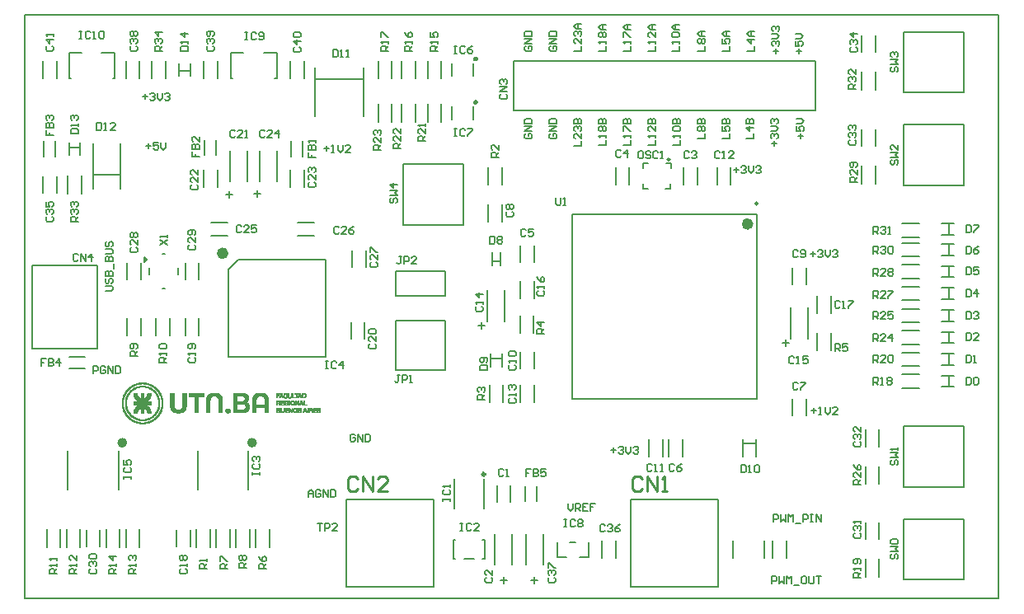
<source format=gto>
G04 Layer_Color=65535*
%FSLAX44Y44*%
%MOMM*%
G71*
G01*
G75*
%ADD42C,0.2540*%
%ADD43C,0.1524*%
%ADD46C,0.1270*%
%ADD56C,0.3000*%
%ADD57C,0.6000*%
%ADD58C,0.2500*%
%ADD59C,0.5000*%
%ADD60C,0.2000*%
%ADD61C,0.0229*%
D42*
X633854Y123059D02*
X631315Y125598D01*
X626236D01*
X623697Y123059D01*
Y112902D01*
X626236Y110363D01*
X631315D01*
X633854Y112902D01*
X638932Y110363D02*
Y125598D01*
X649089Y110363D01*
Y125598D01*
X654167Y110363D02*
X659246D01*
X656706D01*
Y125598D01*
X654167Y123059D01*
X341754D02*
X339215Y125598D01*
X334136D01*
X331597Y123059D01*
Y112902D01*
X334136Y110363D01*
X339215D01*
X341754Y112902D01*
X346832Y110363D02*
Y125598D01*
X356989Y110363D01*
Y125598D01*
X372224Y110363D02*
X362067D01*
X372224Y120520D01*
Y123059D01*
X369685Y125598D01*
X364606D01*
X362067Y123059D01*
D43*
X735330Y137157D02*
Y129540D01*
X739139D01*
X740408Y130810D01*
Y135888D01*
X739139Y137157D01*
X735330D01*
X742947Y129540D02*
X745487D01*
X744217D01*
Y137157D01*
X742947Y135888D01*
X749296D02*
X750565Y137157D01*
X753104D01*
X754374Y135888D01*
Y130810D01*
X753104Y129540D01*
X750565D01*
X749296Y130810D01*
Y135888D01*
X308610Y243838D02*
X311149D01*
X309880D01*
Y236220D01*
X308610D01*
X311149D01*
X320036Y242568D02*
X318767Y243838D01*
X316227D01*
X314958Y242568D01*
Y237490D01*
X316227Y236220D01*
X318767D01*
X320036Y237490D01*
X326384Y236220D02*
Y243838D01*
X322575Y240029D01*
X327654D01*
X544990Y411948D02*
Y405600D01*
X546260Y404330D01*
X548799D01*
X550068Y405600D01*
Y411948D01*
X552607Y404330D02*
X555147D01*
X553877D01*
Y411948D01*
X552607Y410678D01*
X300228Y77467D02*
X305306D01*
X302767D01*
Y69850D01*
X307845D02*
Y77467D01*
X311654D01*
X312924Y76198D01*
Y73659D01*
X311654Y72389D01*
X307845D01*
X320541Y69850D02*
X315463D01*
X320541Y74928D01*
Y76198D01*
X319272Y77467D01*
X316733D01*
X315463Y76198D01*
X375922Y411478D02*
X374652Y410209D01*
Y407670D01*
X375922Y406400D01*
X377192D01*
X378461Y407670D01*
Y410209D01*
X379731Y411478D01*
X381000D01*
X382270Y410209D01*
Y407670D01*
X381000Y406400D01*
X374652Y414017D02*
X382270D01*
X379731Y416557D01*
X382270Y419096D01*
X374652D01*
X382270Y425444D02*
X374652D01*
X378461Y421635D01*
Y426713D01*
X140970Y562610D02*
X133352D01*
Y566419D01*
X134622Y567688D01*
X137161D01*
X138431Y566419D01*
Y562610D01*
Y565149D02*
X140970Y567688D01*
X134622Y570228D02*
X133352Y571497D01*
Y574036D01*
X134622Y575306D01*
X135892D01*
X137161Y574036D01*
Y572767D01*
Y574036D01*
X138431Y575306D01*
X139700D01*
X140970Y574036D01*
Y571497D01*
X139700Y570228D01*
X140970Y581654D02*
X133352D01*
X137161Y577845D01*
Y582923D01*
X54610Y387350D02*
X46993D01*
Y391159D01*
X48262Y392428D01*
X50801D01*
X52071Y391159D01*
Y387350D01*
Y389889D02*
X54610Y392428D01*
X48262Y394967D02*
X46993Y396237D01*
Y398776D01*
X48262Y400046D01*
X49532D01*
X50801Y398776D01*
Y397507D01*
Y398776D01*
X52071Y400046D01*
X53340D01*
X54610Y398776D01*
Y396237D01*
X53340Y394967D01*
X48262Y402585D02*
X46993Y403855D01*
Y406394D01*
X48262Y407663D01*
X49532D01*
X50801Y406394D01*
Y405124D01*
Y406394D01*
X52071Y407663D01*
X53340D01*
X54610Y406394D01*
Y403855D01*
X53340Y402585D01*
X853440Y523240D02*
X845823D01*
Y527049D01*
X847092Y528318D01*
X849631D01*
X850901Y527049D01*
Y523240D01*
Y525779D02*
X853440Y528318D01*
X847092Y530858D02*
X845823Y532127D01*
Y534666D01*
X847092Y535936D01*
X848362D01*
X849631Y534666D01*
Y533397D01*
Y534666D01*
X850901Y535936D01*
X852170D01*
X853440Y534666D01*
Y532127D01*
X852170Y530858D01*
X853440Y543553D02*
Y538475D01*
X848362Y543553D01*
X847092D01*
X845823Y542284D01*
Y539745D01*
X847092Y538475D01*
X871220Y374748D02*
Y382365D01*
X875029D01*
X876298Y381096D01*
Y378556D01*
X875029Y377287D01*
X871220D01*
X873759D02*
X876298Y374748D01*
X878838Y381096D02*
X880107Y382365D01*
X882646D01*
X883916Y381096D01*
Y379826D01*
X882646Y378556D01*
X881377D01*
X882646D01*
X883916Y377287D01*
Y376017D01*
X882646Y374748D01*
X880107D01*
X878838Y376017D01*
X886455Y374748D02*
X888994D01*
X887725D01*
Y382365D01*
X886455Y381096D01*
X871220Y354330D02*
Y361948D01*
X875029D01*
X876298Y360678D01*
Y358139D01*
X875029Y356869D01*
X871220D01*
X873759D02*
X876298Y354330D01*
X878838Y360678D02*
X880107Y361948D01*
X882646D01*
X883916Y360678D01*
Y359408D01*
X882646Y358139D01*
X881377D01*
X882646D01*
X883916Y356869D01*
Y355600D01*
X882646Y354330D01*
X880107D01*
X878838Y355600D01*
X886455Y360678D02*
X887725Y361948D01*
X890264D01*
X891533Y360678D01*
Y355600D01*
X890264Y354330D01*
X887725D01*
X886455Y355600D01*
Y360678D01*
X854710Y427990D02*
X847093D01*
Y431799D01*
X848362Y433068D01*
X850901D01*
X852171Y431799D01*
Y427990D01*
Y430529D02*
X854710Y433068D01*
Y440686D02*
Y435607D01*
X849632Y440686D01*
X848362D01*
X847093Y439416D01*
Y436877D01*
X848362Y435607D01*
X853440Y443225D02*
X854710Y444495D01*
Y447034D01*
X853440Y448303D01*
X848362D01*
X847093Y447034D01*
Y444495D01*
X848362Y443225D01*
X849632D01*
X850901Y444495D01*
Y448303D01*
X871220Y331470D02*
Y339087D01*
X875029D01*
X876298Y337818D01*
Y335279D01*
X875029Y334009D01*
X871220D01*
X873759D02*
X876298Y331470D01*
X883916D02*
X878838D01*
X883916Y336548D01*
Y337818D01*
X882646Y339087D01*
X880107D01*
X878838Y337818D01*
X886455D02*
X887725Y339087D01*
X890264D01*
X891533Y337818D01*
Y336548D01*
X890264Y335279D01*
X891533Y334009D01*
Y332740D01*
X890264Y331470D01*
X887725D01*
X886455Y332740D01*
Y334009D01*
X887725Y335279D01*
X886455Y336548D01*
Y337818D01*
X887725Y335279D02*
X890264D01*
X871220Y308610D02*
Y316227D01*
X875029D01*
X876298Y314958D01*
Y312419D01*
X875029Y311149D01*
X871220D01*
X873759D02*
X876298Y308610D01*
X883916D02*
X878838D01*
X883916Y313688D01*
Y314958D01*
X882646Y316227D01*
X880107D01*
X878838Y314958D01*
X886455Y316227D02*
X891533D01*
Y314958D01*
X886455Y309880D01*
Y308610D01*
X858520Y116840D02*
X850902D01*
Y120649D01*
X852172Y121918D01*
X854711D01*
X855981Y120649D01*
Y116840D01*
Y119379D02*
X858520Y121918D01*
Y129536D02*
Y124458D01*
X853442Y129536D01*
X852172D01*
X850902Y128266D01*
Y125727D01*
X852172Y124458D01*
X850902Y137153D02*
X852172Y134614D01*
X854711Y132075D01*
X857250D01*
X858520Y133345D01*
Y135884D01*
X857250Y137153D01*
X855981D01*
X854711Y135884D01*
Y132075D01*
X871220Y287020D02*
Y294638D01*
X875029D01*
X876298Y293368D01*
Y290829D01*
X875029Y289559D01*
X871220D01*
X873759D02*
X876298Y287020D01*
X883916D02*
X878838D01*
X883916Y292098D01*
Y293368D01*
X882646Y294638D01*
X880107D01*
X878838Y293368D01*
X891533Y294638D02*
X886455D01*
Y290829D01*
X888994Y292098D01*
X890264D01*
X891533Y290829D01*
Y288290D01*
X890264Y287020D01*
X887725D01*
X886455Y288290D01*
X871220Y264160D02*
Y271777D01*
X875029D01*
X876298Y270508D01*
Y267969D01*
X875029Y266699D01*
X871220D01*
X873759D02*
X876298Y264160D01*
X883916D02*
X878838D01*
X883916Y269238D01*
Y270508D01*
X882646Y271777D01*
X880107D01*
X878838Y270508D01*
X890264Y264160D02*
Y271777D01*
X886455Y267969D01*
X891533D01*
X365760Y461010D02*
X358143D01*
Y464819D01*
X359412Y466088D01*
X361951D01*
X363221Y464819D01*
Y461010D01*
Y463549D02*
X365760Y466088D01*
Y473706D02*
Y468628D01*
X360682Y473706D01*
X359412D01*
X358143Y472436D01*
Y469897D01*
X359412Y468628D01*
Y476245D02*
X358143Y477515D01*
Y480054D01*
X359412Y481323D01*
X360682D01*
X361951Y480054D01*
Y478784D01*
Y480054D01*
X363221Y481323D01*
X364490D01*
X365760Y480054D01*
Y477515D01*
X364490Y476245D01*
X386080Y462280D02*
X378462D01*
Y466089D01*
X379732Y467358D01*
X382271D01*
X383541Y466089D01*
Y462280D01*
Y464819D02*
X386080Y467358D01*
Y474976D02*
Y469897D01*
X381002Y474976D01*
X379732D01*
X378462Y473706D01*
Y471167D01*
X379732Y469897D01*
X386080Y482593D02*
Y477515D01*
X381002Y482593D01*
X379732D01*
X378462Y481324D01*
Y478785D01*
X379732Y477515D01*
X411480Y469900D02*
X403862D01*
Y473709D01*
X405132Y474978D01*
X407671D01*
X408941Y473709D01*
Y469900D01*
Y472439D02*
X411480Y474978D01*
Y482596D02*
Y477518D01*
X406402Y482596D01*
X405132D01*
X403862Y481326D01*
Y478787D01*
X405132Y477518D01*
X411480Y485135D02*
Y487674D01*
Y486405D01*
X403862D01*
X405132Y485135D01*
X871220Y242570D02*
Y250187D01*
X875029D01*
X876298Y248918D01*
Y246379D01*
X875029Y245109D01*
X871220D01*
X873759D02*
X876298Y242570D01*
X883916D02*
X878838D01*
X883916Y247648D01*
Y248918D01*
X882646Y250187D01*
X880107D01*
X878838Y248918D01*
X886455D02*
X887725Y250187D01*
X890264D01*
X891533Y248918D01*
Y243840D01*
X890264Y242570D01*
X887725D01*
X886455Y243840D01*
Y248918D01*
X858520Y21590D02*
X850902D01*
Y25399D01*
X852172Y26668D01*
X854711D01*
X855981Y25399D01*
Y21590D01*
Y24129D02*
X858520Y26668D01*
Y29207D02*
Y31747D01*
Y30477D01*
X850902D01*
X852172Y29207D01*
X857250Y35556D02*
X858520Y36825D01*
Y39364D01*
X857250Y40634D01*
X852172D01*
X850902Y39364D01*
Y36825D01*
X852172Y35556D01*
X853442D01*
X854711Y36825D01*
Y40634D01*
X871220Y219710D02*
Y227327D01*
X875029D01*
X876298Y226058D01*
Y223519D01*
X875029Y222249D01*
X871220D01*
X873759D02*
X876298Y219710D01*
X878838D02*
X881377D01*
X880107D01*
Y227327D01*
X878838Y226058D01*
X885185D02*
X886455Y227327D01*
X888994D01*
X890264Y226058D01*
Y224788D01*
X888994Y223519D01*
X890264Y222249D01*
Y220980D01*
X888994Y219710D01*
X886455D01*
X885185Y220980D01*
Y222249D01*
X886455Y223519D01*
X885185Y224788D01*
Y226058D01*
X886455Y223519D02*
X888994D01*
X373380Y562610D02*
X365762D01*
Y566419D01*
X367032Y567688D01*
X369571D01*
X370841Y566419D01*
Y562610D01*
Y565149D02*
X373380Y567688D01*
Y570228D02*
Y572767D01*
Y571497D01*
X365762D01*
X367032Y570228D01*
X365762Y576576D02*
Y581654D01*
X367032D01*
X372110Y576576D01*
X373380D01*
X397510Y562610D02*
X389893D01*
Y566419D01*
X391162Y567688D01*
X393701D01*
X394971Y566419D01*
Y562610D01*
Y565149D02*
X397510Y567688D01*
Y570228D02*
Y572767D01*
Y571497D01*
X389893D01*
X391162Y570228D01*
X389893Y581654D02*
X391162Y579115D01*
X393701Y576576D01*
X396240D01*
X397510Y577845D01*
Y580384D01*
X396240Y581654D01*
X394971D01*
X393701Y580384D01*
Y576576D01*
X424180Y562610D02*
X416562D01*
Y566419D01*
X417832Y567688D01*
X420371D01*
X421641Y566419D01*
Y562610D01*
Y565149D02*
X424180Y567688D01*
Y570228D02*
Y572767D01*
Y571497D01*
X416562D01*
X417832Y570228D01*
X416562Y581654D02*
Y576576D01*
X420371D01*
X419102Y579115D01*
Y580384D01*
X420371Y581654D01*
X422910D01*
X424180Y580384D01*
Y577845D01*
X422910Y576576D01*
X93980Y25400D02*
X86362D01*
Y29209D01*
X87632Y30478D01*
X90171D01*
X91441Y29209D01*
Y25400D01*
Y27939D02*
X93980Y30478D01*
Y33017D02*
Y35557D01*
Y34287D01*
X86362D01*
X87632Y33017D01*
X93980Y43174D02*
X86362D01*
X90171Y39365D01*
Y44444D01*
X114300Y25400D02*
X106683D01*
Y29209D01*
X107952Y30478D01*
X110491D01*
X111761Y29209D01*
Y25400D01*
Y27939D02*
X114300Y30478D01*
Y33017D02*
Y35557D01*
Y34287D01*
X106683D01*
X107952Y33017D01*
Y39365D02*
X106683Y40635D01*
Y43174D01*
X107952Y44444D01*
X109222D01*
X110491Y43174D01*
Y41905D01*
Y43174D01*
X111761Y44444D01*
X113030D01*
X114300Y43174D01*
Y40635D01*
X113030Y39365D01*
X53340Y25400D02*
X45722D01*
Y29209D01*
X46992Y30478D01*
X49531D01*
X50801Y29209D01*
Y25400D01*
Y27939D02*
X53340Y30478D01*
Y33017D02*
Y35557D01*
Y34287D01*
X45722D01*
X46992Y33017D01*
X53340Y44444D02*
Y39365D01*
X48262Y44444D01*
X46992D01*
X45722Y43174D01*
Y40635D01*
X46992Y39365D01*
X33020Y25400D02*
X25403D01*
Y29209D01*
X26672Y30478D01*
X29211D01*
X30481Y29209D01*
Y25400D01*
Y27939D02*
X33020Y30478D01*
Y33017D02*
Y35557D01*
Y34287D01*
X25403D01*
X26672Y33017D01*
X33020Y39365D02*
Y41905D01*
Y40635D01*
X25403D01*
X26672Y39365D01*
X145415Y242570D02*
X137797D01*
Y246379D01*
X139067Y247648D01*
X141606D01*
X142876Y246379D01*
Y242570D01*
Y245109D02*
X145415Y247648D01*
Y250187D02*
Y252727D01*
Y251457D01*
X137797D01*
X139067Y250187D01*
Y256535D02*
X137797Y257805D01*
Y260344D01*
X139067Y261614D01*
X144145D01*
X145415Y260344D01*
Y257805D01*
X144145Y256535D01*
X139067D01*
X115570Y248920D02*
X107952D01*
Y252729D01*
X109222Y253998D01*
X111761D01*
X113031Y252729D01*
Y248920D01*
Y251459D02*
X115570Y253998D01*
X114300Y256537D02*
X115570Y257807D01*
Y260346D01*
X114300Y261616D01*
X109222D01*
X107952Y260346D01*
Y257807D01*
X109222Y256537D01*
X110492D01*
X111761Y257807D01*
Y261616D01*
X227330Y31750D02*
X219713D01*
Y35559D01*
X220982Y36828D01*
X223521D01*
X224791Y35559D01*
Y31750D01*
Y34289D02*
X227330Y36828D01*
X220982Y39367D02*
X219713Y40637D01*
Y43176D01*
X220982Y44446D01*
X222252D01*
X223521Y43176D01*
X224791Y44446D01*
X226060D01*
X227330Y43176D01*
Y40637D01*
X226060Y39367D01*
X224791D01*
X223521Y40637D01*
X222252Y39367D01*
X220982D01*
X223521Y40637D02*
Y43176D01*
X208280Y30480D02*
X200662D01*
Y34289D01*
X201932Y35558D01*
X204471D01*
X205741Y34289D01*
Y30480D01*
Y33019D02*
X208280Y35558D01*
X200662Y38098D02*
Y43176D01*
X201932D01*
X207010Y38098D01*
X208280D01*
X247650Y30480D02*
X240033D01*
Y34289D01*
X241302Y35558D01*
X243841D01*
X245111Y34289D01*
Y30480D01*
Y33019D02*
X247650Y35558D01*
X240033Y43176D02*
X241302Y40637D01*
X243841Y38098D01*
X246380D01*
X247650Y39367D01*
Y41906D01*
X246380Y43176D01*
X245111D01*
X243841Y41906D01*
Y38098D01*
X831850Y254000D02*
Y261618D01*
X835659D01*
X836928Y260348D01*
Y257809D01*
X835659Y256539D01*
X831850D01*
X834389D02*
X836928Y254000D01*
X844546Y261618D02*
X839467D01*
Y257809D01*
X842007Y259078D01*
X843276D01*
X844546Y257809D01*
Y255270D01*
X843276Y254000D01*
X840737D01*
X839467Y255270D01*
X533400Y272500D02*
X525783D01*
Y276309D01*
X527052Y277578D01*
X529591D01*
X530861Y276309D01*
Y272500D01*
Y275039D02*
X533400Y277578D01*
Y283926D02*
X525783D01*
X529591Y280117D01*
Y285196D01*
X472440Y204470D02*
X464823D01*
Y208279D01*
X466092Y209548D01*
X468631D01*
X469901Y208279D01*
Y204470D01*
Y207009D02*
X472440Y209548D01*
X466092Y212087D02*
X464823Y213357D01*
Y215896D01*
X466092Y217166D01*
X467362D01*
X468631Y215896D01*
Y214627D01*
Y215896D01*
X469901Y217166D01*
X471170D01*
X472440Y215896D01*
Y213357D01*
X471170Y212087D01*
X486410Y453390D02*
X478792D01*
Y457199D01*
X480062Y458468D01*
X482601D01*
X483871Y457199D01*
Y453390D01*
Y455929D02*
X486410Y458468D01*
Y466086D02*
Y461007D01*
X481332Y466086D01*
X480062D01*
X478792Y464816D01*
Y462277D01*
X480062Y461007D01*
X186690Y30480D02*
X179072D01*
Y34289D01*
X180342Y35558D01*
X182881D01*
X184151Y34289D01*
Y30480D01*
Y33019D02*
X186690Y35558D01*
Y38098D02*
Y40637D01*
Y39367D01*
X179072D01*
X180342Y38098D01*
X633729Y459738D02*
X631190D01*
X629920Y458468D01*
Y453390D01*
X631190Y452120D01*
X633729D01*
X634998Y453390D01*
Y458468D01*
X633729Y459738D01*
X642616Y458468D02*
X641346Y459738D01*
X638807D01*
X637537Y458468D01*
Y457198D01*
X638807Y455929D01*
X641346D01*
X642616Y454659D01*
Y453390D01*
X641346Y452120D01*
X638807D01*
X637537Y453390D01*
X650233Y458468D02*
X648964Y459738D01*
X646425D01*
X645155Y458468D01*
Y453390D01*
X646425Y452120D01*
X648964D01*
X650233Y453390D01*
X652773Y452120D02*
X655312D01*
X654042D01*
Y459738D01*
X652773Y458468D01*
X386840Y351534D02*
X384301D01*
X385571D01*
Y345186D01*
X384301Y343916D01*
X383032D01*
X381762Y345186D01*
X389380Y343916D02*
Y351534D01*
X393188D01*
X394458Y350264D01*
Y347725D01*
X393188Y346455D01*
X389380D01*
X402075Y343916D02*
X396997D01*
X402075Y348994D01*
Y350264D01*
X400806Y351534D01*
X398267D01*
X396997Y350264D01*
X384808Y229867D02*
X382269D01*
X383539D01*
Y223520D01*
X382269Y222250D01*
X381000D01*
X379730Y223520D01*
X387347Y222250D02*
Y229867D01*
X391156D01*
X392426Y228598D01*
Y226059D01*
X391156Y224789D01*
X387347D01*
X394965Y222250D02*
X397504D01*
X396235D01*
Y229867D01*
X394965Y228598D01*
X55903Y582928D02*
X58442D01*
X57172D01*
Y575310D01*
X55903D01*
X58442D01*
X67329Y581658D02*
X66059Y582928D01*
X63520D01*
X62250Y581658D01*
Y576580D01*
X63520Y575310D01*
X66059D01*
X67329Y576580D01*
X69868Y575310D02*
X72407D01*
X71138D01*
Y582928D01*
X69868Y581658D01*
X76216D02*
X77486Y582928D01*
X80025D01*
X81294Y581658D01*
Y576580D01*
X80025Y575310D01*
X77486D01*
X76216Y576580D01*
Y581658D01*
X226083Y581657D02*
X228622D01*
X227352D01*
Y574040D01*
X226083D01*
X228622D01*
X237509Y580388D02*
X236239Y581657D01*
X233700D01*
X232430Y580388D01*
Y575310D01*
X233700Y574040D01*
X236239D01*
X237509Y575310D01*
X240048D02*
X241318Y574040D01*
X243857D01*
X245126Y575310D01*
Y580388D01*
X243857Y581657D01*
X241318D01*
X240048Y580388D01*
Y579118D01*
X241318Y577849D01*
X245126D01*
X553720Y81278D02*
X556259D01*
X554990D01*
Y73660D01*
X553720D01*
X556259D01*
X565146Y80008D02*
X563877Y81278D01*
X561338D01*
X560068Y80008D01*
Y74930D01*
X561338Y73660D01*
X563877D01*
X565146Y74930D01*
X567686Y80008D02*
X568955Y81278D01*
X571494D01*
X572764Y80008D01*
Y78738D01*
X571494Y77469D01*
X572764Y76199D01*
Y74930D01*
X571494Y73660D01*
X568955D01*
X567686Y74930D01*
Y76199D01*
X568955Y77469D01*
X567686Y78738D01*
Y80008D01*
X568955Y77469D02*
X571494D01*
X440690Y482598D02*
X443229D01*
X441960D01*
Y474980D01*
X440690D01*
X443229D01*
X452116Y481328D02*
X450847Y482598D01*
X448307D01*
X447038Y481328D01*
Y476250D01*
X448307Y474980D01*
X450847D01*
X452116Y476250D01*
X454655Y482598D02*
X459734D01*
Y481328D01*
X454655Y476250D01*
Y474980D01*
X440690Y567687D02*
X443229D01*
X441960D01*
Y560070D01*
X440690D01*
X443229D01*
X452116Y566418D02*
X450847Y567687D01*
X448307D01*
X447038Y566418D01*
Y561340D01*
X448307Y560070D01*
X450847D01*
X452116Y561340D01*
X459734Y567687D02*
X457195Y566418D01*
X454655Y563879D01*
Y561340D01*
X455925Y560070D01*
X458464D01*
X459734Y561340D01*
Y562609D01*
X458464Y563879D01*
X454655D01*
X101602Y123190D02*
Y125729D01*
Y124460D01*
X109220D01*
Y123190D01*
Y125729D01*
X102872Y134616D02*
X101602Y133347D01*
Y130808D01*
X102872Y129538D01*
X107950D01*
X109220Y130808D01*
Y133347D01*
X107950Y134616D01*
X101602Y142234D02*
Y137156D01*
X105411D01*
X104142Y139695D01*
Y140964D01*
X105411Y142234D01*
X107950D01*
X109220Y140964D01*
Y138425D01*
X107950Y137156D01*
X233682Y127000D02*
Y129539D01*
Y128270D01*
X241300D01*
Y127000D01*
Y129539D01*
X234952Y138426D02*
X233682Y137157D01*
Y134618D01*
X234952Y133348D01*
X240030D01*
X241300Y134618D01*
Y137157D01*
X240030Y138426D01*
X234952Y140965D02*
X233682Y142235D01*
Y144774D01*
X234952Y146044D01*
X236222D01*
X237491Y144774D01*
Y143505D01*
Y144774D01*
X238761Y146044D01*
X240030D01*
X241300Y144774D01*
Y142235D01*
X240030Y140965D01*
X447040Y77467D02*
X449579D01*
X448310D01*
Y69850D01*
X447040D01*
X449579D01*
X458466Y76198D02*
X457197Y77467D01*
X454658D01*
X453388Y76198D01*
Y71120D01*
X454658Y69850D01*
X457197D01*
X458466Y71120D01*
X466084Y69850D02*
X461006D01*
X466084Y74928D01*
Y76198D01*
X464814Y77467D01*
X462275D01*
X461006Y76198D01*
X429263Y100330D02*
Y102869D01*
Y101600D01*
X436880D01*
Y100330D01*
Y102869D01*
X430532Y111756D02*
X429263Y110487D01*
Y107948D01*
X430532Y106678D01*
X435610D01*
X436880Y107948D01*
Y110487D01*
X435610Y111756D01*
X436880Y114296D02*
Y116835D01*
Y115565D01*
X429263D01*
X430532Y114296D01*
X519428Y133094D02*
X514350D01*
Y129285D01*
X516889D01*
X514350D01*
Y125476D01*
X521968Y133094D02*
Y125476D01*
X525776D01*
X527046Y126746D01*
Y128015D01*
X525776Y129285D01*
X521968D01*
X525776D01*
X527046Y130554D01*
Y131824D01*
X525776Y133094D01*
X521968D01*
X534663D02*
X529585D01*
Y129285D01*
X532124Y130554D01*
X533394D01*
X534663Y129285D01*
Y126746D01*
X533394Y125476D01*
X530855D01*
X529585Y126746D01*
X21588Y246378D02*
X16510D01*
Y242569D01*
X19049D01*
X16510D01*
Y238760D01*
X24128Y246378D02*
Y238760D01*
X27936D01*
X29206Y240030D01*
Y241299D01*
X27936Y242569D01*
X24128D01*
X27936D01*
X29206Y243838D01*
Y245108D01*
X27936Y246378D01*
X24128D01*
X35554Y238760D02*
Y246378D01*
X31745Y242569D01*
X36823D01*
X21593Y481328D02*
Y476250D01*
X25401D01*
Y478789D01*
Y476250D01*
X29210D01*
X21593Y483867D02*
X29210D01*
Y487676D01*
X27940Y488946D01*
X26671D01*
X25401Y487676D01*
Y483867D01*
Y487676D01*
X24132Y488946D01*
X22862D01*
X21593Y487676D01*
Y483867D01*
X22862Y491485D02*
X21593Y492755D01*
Y495294D01*
X22862Y496563D01*
X24132D01*
X25401Y495294D01*
Y494024D01*
Y495294D01*
X26671Y496563D01*
X27940D01*
X29210Y495294D01*
Y492755D01*
X27940Y491485D01*
X171453Y459348D02*
Y454270D01*
X175261D01*
Y456809D01*
Y454270D01*
X179070D01*
X171453Y461888D02*
X179070D01*
Y465696D01*
X177800Y466966D01*
X176531D01*
X175261Y465696D01*
Y461888D01*
Y465696D01*
X173992Y466966D01*
X172722D01*
X171453Y465696D01*
Y461888D01*
X179070Y474583D02*
Y469505D01*
X173992Y474583D01*
X172722D01*
X171453Y473314D01*
Y470775D01*
X172722Y469505D01*
X290833Y458468D02*
Y453390D01*
X294641D01*
Y455929D01*
Y453390D01*
X298450D01*
X290833Y461007D02*
X298450D01*
Y464816D01*
X297180Y466086D01*
X295911D01*
X294641Y464816D01*
Y461007D01*
Y464816D01*
X293372Y466086D01*
X292102D01*
X290833Y464816D01*
Y461007D01*
X298450Y468625D02*
Y471164D01*
Y469895D01*
X290833D01*
X292102Y468625D01*
X160023Y562610D02*
X167640D01*
Y566419D01*
X166370Y567688D01*
X161292D01*
X160023Y566419D01*
Y562610D01*
X167640Y570228D02*
Y572767D01*
Y571497D01*
X160023D01*
X161292Y570228D01*
X167640Y580384D02*
X160023D01*
X163831Y576576D01*
Y581654D01*
X46993Y477520D02*
X54610D01*
Y481329D01*
X53340Y482598D01*
X48262D01*
X46993Y481329D01*
Y477520D01*
X54610Y485137D02*
Y487677D01*
Y486407D01*
X46993D01*
X48262Y485137D01*
Y491485D02*
X46993Y492755D01*
Y495294D01*
X48262Y496564D01*
X49532D01*
X50801Y495294D01*
Y494025D01*
Y495294D01*
X52071Y496564D01*
X53340D01*
X54610Y495294D01*
Y492755D01*
X53340Y491485D01*
X73660Y488947D02*
Y481330D01*
X77469D01*
X78738Y482600D01*
Y487678D01*
X77469Y488947D01*
X73660D01*
X81278Y481330D02*
X83817D01*
X82547D01*
Y488947D01*
X81278Y487678D01*
X92704Y481330D02*
X87626D01*
X92704Y486408D01*
Y487678D01*
X91434Y488947D01*
X88895D01*
X87626Y487678D01*
X316230Y563877D02*
Y556260D01*
X320039D01*
X321308Y557530D01*
Y562608D01*
X320039Y563877D01*
X316230D01*
X323848Y556260D02*
X326387D01*
X325117D01*
Y563877D01*
X323848Y562608D01*
X330196Y556260D02*
X332735D01*
X331465D01*
Y563877D01*
X330196Y562608D01*
X467363Y234950D02*
X474980D01*
Y238759D01*
X473710Y240028D01*
X468632D01*
X467363Y238759D01*
Y234950D01*
X473710Y242568D02*
X474980Y243837D01*
Y246376D01*
X473710Y247646D01*
X468632D01*
X467363Y246376D01*
Y243837D01*
X468632Y242568D01*
X469902D01*
X471171Y243837D01*
Y247646D01*
X477520Y372108D02*
Y364490D01*
X481329D01*
X482598Y365760D01*
Y370838D01*
X481329Y372108D01*
X477520D01*
X485137Y370838D02*
X486407Y372108D01*
X488946D01*
X490216Y370838D01*
Y369568D01*
X488946Y368299D01*
X490216Y367029D01*
Y365760D01*
X488946Y364490D01*
X486407D01*
X485137Y365760D01*
Y367029D01*
X486407Y368299D01*
X485137Y369568D01*
Y370838D01*
X486407Y368299D02*
X488946D01*
X966470Y383665D02*
Y376048D01*
X970279D01*
X971548Y377317D01*
Y382396D01*
X970279Y383665D01*
X966470D01*
X974088D02*
X979166D01*
Y382396D01*
X974088Y377317D01*
Y376048D01*
X966470Y361948D02*
Y354330D01*
X970279D01*
X971548Y355600D01*
Y360678D01*
X970279Y361948D01*
X966470D01*
X979166D02*
X976627Y360678D01*
X974088Y358139D01*
Y355600D01*
X975357Y354330D01*
X977896D01*
X979166Y355600D01*
Y356869D01*
X977896Y358139D01*
X974088D01*
X966470Y340358D02*
Y332740D01*
X970279D01*
X971548Y334010D01*
Y339088D01*
X970279Y340358D01*
X966470D01*
X979166D02*
X974088D01*
Y336549D01*
X976627Y337818D01*
X977896D01*
X979166Y336549D01*
Y334010D01*
X977896Y332740D01*
X975357D01*
X974088Y334010D01*
X966470Y317498D02*
Y309880D01*
X970279D01*
X971548Y311150D01*
Y316228D01*
X970279Y317498D01*
X966470D01*
X977896Y309880D02*
Y317498D01*
X974088Y313689D01*
X979166D01*
X966470Y294638D02*
Y287020D01*
X970279D01*
X971548Y288290D01*
Y293368D01*
X970279Y294638D01*
X966470D01*
X974088Y293368D02*
X975357Y294638D01*
X977896D01*
X979166Y293368D01*
Y292098D01*
X977896Y290829D01*
X976627D01*
X977896D01*
X979166Y289559D01*
Y288290D01*
X977896Y287020D01*
X975357D01*
X974088Y288290D01*
X966470Y273048D02*
Y265430D01*
X970279D01*
X971548Y266700D01*
Y271778D01*
X970279Y273048D01*
X966470D01*
X979166Y265430D02*
X974088D01*
X979166Y270508D01*
Y271778D01*
X977896Y273048D01*
X975357D01*
X974088Y271778D01*
X966470Y250187D02*
Y242570D01*
X970279D01*
X971548Y243840D01*
Y248918D01*
X970279Y250187D01*
X966470D01*
X974088Y242570D02*
X976627D01*
X975357D01*
Y250187D01*
X974088Y248918D01*
X966470Y227327D02*
Y219710D01*
X970279D01*
X971548Y220980D01*
Y226058D01*
X970279Y227327D01*
X966470D01*
X974088Y226058D02*
X975357Y227327D01*
X977896D01*
X979166Y226058D01*
Y220980D01*
X977896Y219710D01*
X975357D01*
X974088Y220980D01*
Y226058D01*
X54608Y353058D02*
X53339Y354328D01*
X50800D01*
X49530Y353058D01*
Y347980D01*
X50800Y346710D01*
X53339D01*
X54608Y347980D01*
X57147Y346710D02*
Y354328D01*
X62226Y346710D01*
Y354328D01*
X68574Y346710D02*
Y354328D01*
X64765Y350519D01*
X69843D01*
X488952Y518158D02*
X487682Y516889D01*
Y514350D01*
X488952Y513080D01*
X494030D01*
X495300Y514350D01*
Y516889D01*
X494030Y518158D01*
X495300Y520698D02*
X487682D01*
X495300Y525776D01*
X487682D01*
X488952Y528315D02*
X487682Y529585D01*
Y532124D01*
X488952Y533393D01*
X490222D01*
X491491Y532124D01*
Y530854D01*
Y532124D01*
X492761Y533393D01*
X494030D01*
X495300Y532124D01*
Y529585D01*
X494030Y528315D01*
X22862Y567688D02*
X21593Y566419D01*
Y563880D01*
X22862Y562610D01*
X27940D01*
X29210Y563880D01*
Y566419D01*
X27940Y567688D01*
X29210Y574036D02*
X21593D01*
X25401Y570228D01*
Y575306D01*
X29210Y577845D02*
Y580384D01*
Y579115D01*
X21593D01*
X22862Y577845D01*
X276862Y566418D02*
X275592Y565149D01*
Y562610D01*
X276862Y561340D01*
X281940D01*
X283210Y562610D01*
Y565149D01*
X281940Y566418D01*
X283210Y572766D02*
X275592D01*
X279401Y568957D01*
Y574036D01*
X276862Y576575D02*
X275592Y577845D01*
Y580384D01*
X276862Y581653D01*
X281940D01*
X283210Y580384D01*
Y577845D01*
X281940Y576575D01*
X276862D01*
X187962Y567688D02*
X186693Y566419D01*
Y563880D01*
X187962Y562610D01*
X193040D01*
X194310Y563880D01*
Y566419D01*
X193040Y567688D01*
X187962Y570228D02*
X186693Y571497D01*
Y574036D01*
X187962Y575306D01*
X189232D01*
X190501Y574036D01*
Y572767D01*
Y574036D01*
X191771Y575306D01*
X193040D01*
X194310Y574036D01*
Y571497D01*
X193040Y570228D01*
Y577845D02*
X194310Y579115D01*
Y581654D01*
X193040Y582923D01*
X187962D01*
X186693Y581654D01*
Y579115D01*
X187962Y577845D01*
X189232D01*
X190501Y579115D01*
Y582923D01*
X109222Y567688D02*
X107952Y566419D01*
Y563880D01*
X109222Y562610D01*
X114300D01*
X115570Y563880D01*
Y566419D01*
X114300Y567688D01*
X109222Y570228D02*
X107952Y571497D01*
Y574036D01*
X109222Y575306D01*
X110492D01*
X111761Y574036D01*
Y572767D01*
Y574036D01*
X113031Y575306D01*
X114300D01*
X115570Y574036D01*
Y571497D01*
X114300Y570228D01*
X109222Y577845D02*
X107952Y579115D01*
Y581654D01*
X109222Y582923D01*
X110492D01*
X111761Y581654D01*
X113031Y582923D01*
X114300D01*
X115570Y581654D01*
Y579115D01*
X114300Y577845D01*
X113031D01*
X111761Y579115D01*
X110492Y577845D01*
X109222D01*
X111761Y579115D02*
Y581654D01*
X538482Y21588D02*
X537212Y20319D01*
Y17780D01*
X538482Y16510D01*
X543560D01*
X544830Y17780D01*
Y20319D01*
X543560Y21588D01*
X538482Y24128D02*
X537212Y25397D01*
Y27936D01*
X538482Y29206D01*
X539752D01*
X541021Y27936D01*
Y26667D01*
Y27936D01*
X542291Y29206D01*
X543560D01*
X544830Y27936D01*
Y25397D01*
X543560Y24128D01*
X537212Y31745D02*
Y36823D01*
X538482D01*
X543560Y31745D01*
X544830D01*
X595628Y74928D02*
X594359Y76198D01*
X591820D01*
X590550Y74928D01*
Y69850D01*
X591820Y68580D01*
X594359D01*
X595628Y69850D01*
X598167Y74928D02*
X599437Y76198D01*
X601976D01*
X603246Y74928D01*
Y73658D01*
X601976Y72389D01*
X600707D01*
X601976D01*
X603246Y71119D01*
Y69850D01*
X601976Y68580D01*
X599437D01*
X598167Y69850D01*
X610863Y76198D02*
X608324Y74928D01*
X605785Y72389D01*
Y69850D01*
X607055Y68580D01*
X609594D01*
X610863Y69850D01*
Y71119D01*
X609594Y72389D01*
X605785D01*
X22862Y392428D02*
X21593Y391159D01*
Y388620D01*
X22862Y387350D01*
X27940D01*
X29210Y388620D01*
Y391159D01*
X27940Y392428D01*
X22862Y394967D02*
X21593Y396237D01*
Y398776D01*
X22862Y400046D01*
X24132D01*
X25401Y398776D01*
Y397507D01*
Y398776D01*
X26671Y400046D01*
X27940D01*
X29210Y398776D01*
Y396237D01*
X27940Y394967D01*
X21593Y407663D02*
Y402585D01*
X25401D01*
X24132Y405124D01*
Y406394D01*
X25401Y407663D01*
X27940D01*
X29210Y406394D01*
Y403855D01*
X27940Y402585D01*
X848362Y566418D02*
X847093Y565149D01*
Y562610D01*
X848362Y561340D01*
X853440D01*
X854710Y562610D01*
Y565149D01*
X853440Y566418D01*
X848362Y568957D02*
X847093Y570227D01*
Y572766D01*
X848362Y574036D01*
X849632D01*
X850901Y572766D01*
Y571497D01*
Y572766D01*
X852171Y574036D01*
X853440D01*
X854710Y572766D01*
Y570227D01*
X853440Y568957D01*
X854710Y580384D02*
X847093D01*
X850901Y576575D01*
Y581653D01*
X847092Y471168D02*
X845823Y469899D01*
Y467360D01*
X847092Y466090D01*
X852170D01*
X853440Y467360D01*
Y469899D01*
X852170Y471168D01*
X847092Y473708D02*
X845823Y474977D01*
Y477516D01*
X847092Y478786D01*
X848362D01*
X849631Y477516D01*
Y476247D01*
Y477516D01*
X850901Y478786D01*
X852170D01*
X853440Y477516D01*
Y474977D01*
X852170Y473708D01*
X847092Y481325D02*
X845823Y482595D01*
Y485134D01*
X847092Y486403D01*
X848362D01*
X849631Y485134D01*
Y483864D01*
Y485134D01*
X850901Y486403D01*
X852170D01*
X853440Y485134D01*
Y482595D01*
X852170Y481325D01*
X852172Y161288D02*
X850902Y160019D01*
Y157480D01*
X852172Y156210D01*
X857250D01*
X858520Y157480D01*
Y160019D01*
X857250Y161288D01*
X852172Y163827D02*
X850902Y165097D01*
Y167636D01*
X852172Y168906D01*
X853442D01*
X854711Y167636D01*
Y166367D01*
Y167636D01*
X855981Y168906D01*
X857250D01*
X858520Y167636D01*
Y165097D01*
X857250Y163827D01*
X858520Y176523D02*
Y171445D01*
X853442Y176523D01*
X852172D01*
X850902Y175254D01*
Y172715D01*
X852172Y171445D01*
Y67308D02*
X850902Y66039D01*
Y63500D01*
X852172Y62230D01*
X857250D01*
X858520Y63500D01*
Y66039D01*
X857250Y67308D01*
X852172Y69847D02*
X850902Y71117D01*
Y73656D01*
X852172Y74926D01*
X853442D01*
X854711Y73656D01*
Y72387D01*
Y73656D01*
X855981Y74926D01*
X857250D01*
X858520Y73656D01*
Y71117D01*
X857250Y69847D01*
X858520Y77465D02*
Y80004D01*
Y78735D01*
X850902D01*
X852172Y77465D01*
X67312Y30478D02*
X66042Y29209D01*
Y26670D01*
X67312Y25400D01*
X72390D01*
X73660Y26670D01*
Y29209D01*
X72390Y30478D01*
X67312Y33017D02*
X66042Y34287D01*
Y36826D01*
X67312Y38096D01*
X68582D01*
X69851Y36826D01*
Y35557D01*
Y36826D01*
X71121Y38096D01*
X72390D01*
X73660Y36826D01*
Y34287D01*
X72390Y33017D01*
X67312Y40635D02*
X66042Y41905D01*
Y44444D01*
X67312Y45713D01*
X72390D01*
X73660Y44444D01*
Y41905D01*
X72390Y40635D01*
X67312D01*
X168667Y363218D02*
X167397Y361949D01*
Y359410D01*
X168667Y358140D01*
X173745D01*
X175015Y359410D01*
Y361949D01*
X173745Y363218D01*
X175015Y370836D02*
Y365757D01*
X169937Y370836D01*
X168667D01*
X167397Y369566D01*
Y367027D01*
X168667Y365757D01*
X173745Y373375D02*
X175015Y374645D01*
Y377184D01*
X173745Y378453D01*
X168667D01*
X167397Y377184D01*
Y374645D01*
X168667Y373375D01*
X169937D01*
X171206Y374645D01*
Y378453D01*
X109222Y360678D02*
X107952Y359409D01*
Y356870D01*
X109222Y355600D01*
X114300D01*
X115570Y356870D01*
Y359409D01*
X114300Y360678D01*
X115570Y368296D02*
Y363218D01*
X110492Y368296D01*
X109222D01*
X107952Y367026D01*
Y364487D01*
X109222Y363218D01*
Y370835D02*
X107952Y372105D01*
Y374644D01*
X109222Y375913D01*
X110492D01*
X111761Y374644D01*
X113031Y375913D01*
X114300D01*
X115570Y374644D01*
Y372105D01*
X114300Y370835D01*
X113031D01*
X111761Y372105D01*
X110492Y370835D01*
X109222D01*
X111761Y372105D02*
Y374644D01*
X355602Y345438D02*
X354333Y344169D01*
Y341630D01*
X355602Y340360D01*
X360680D01*
X361950Y341630D01*
Y344169D01*
X360680Y345438D01*
X361950Y353056D02*
Y347977D01*
X356872Y353056D01*
X355602D01*
X354333Y351786D01*
Y349247D01*
X355602Y347977D01*
X354333Y355595D02*
Y360673D01*
X355602D01*
X360680Y355595D01*
X361950D01*
X322578Y380998D02*
X321309Y382267D01*
X318770D01*
X317500Y380998D01*
Y375920D01*
X318770Y374650D01*
X321309D01*
X322578Y375920D01*
X330196Y374650D02*
X325117D01*
X330196Y379728D01*
Y380998D01*
X328926Y382267D01*
X326387D01*
X325117Y380998D01*
X337813Y382267D02*
X335274Y380998D01*
X332735Y378459D01*
Y375920D01*
X334005Y374650D01*
X336544D01*
X337813Y375920D01*
Y377189D01*
X336544Y378459D01*
X332735D01*
X222248Y382268D02*
X220979Y383537D01*
X218440D01*
X217170Y382268D01*
Y377190D01*
X218440Y375920D01*
X220979D01*
X222248Y377190D01*
X229866Y375920D02*
X224788D01*
X229866Y380998D01*
Y382268D01*
X228596Y383537D01*
X226057D01*
X224788Y382268D01*
X237483Y383537D02*
X232405D01*
Y379729D01*
X234944Y380998D01*
X236214D01*
X237483Y379729D01*
Y377190D01*
X236214Y375920D01*
X233675D01*
X232405Y377190D01*
X246378Y480058D02*
X245109Y481328D01*
X242570D01*
X241300Y480058D01*
Y474980D01*
X242570Y473710D01*
X245109D01*
X246378Y474980D01*
X253996Y473710D02*
X248918D01*
X253996Y478788D01*
Y480058D01*
X252726Y481328D01*
X250187D01*
X248918Y480058D01*
X260344Y473710D02*
Y481328D01*
X256535Y477519D01*
X261613D01*
X292102Y427598D02*
X290833Y426329D01*
Y423790D01*
X292102Y422520D01*
X297180D01*
X298450Y423790D01*
Y426329D01*
X297180Y427598D01*
X298450Y435216D02*
Y430137D01*
X293372Y435216D01*
X292102D01*
X290833Y433946D01*
Y431407D01*
X292102Y430137D01*
Y437755D02*
X290833Y439025D01*
Y441564D01*
X292102Y442833D01*
X293372D01*
X294641Y441564D01*
Y440294D01*
Y441564D01*
X295911Y442833D01*
X297180D01*
X298450Y441564D01*
Y439025D01*
X297180Y437755D01*
X171452Y425058D02*
X170182Y423789D01*
Y421250D01*
X171452Y419980D01*
X176530D01*
X177800Y421250D01*
Y423789D01*
X176530Y425058D01*
X177800Y432676D02*
Y427598D01*
X172722Y432676D01*
X171452D01*
X170182Y431406D01*
Y428867D01*
X171452Y427598D01*
X177800Y440293D02*
Y435215D01*
X172722Y440293D01*
X171452D01*
X170182Y439024D01*
Y436485D01*
X171452Y435215D01*
X215898Y480058D02*
X214629Y481328D01*
X212090D01*
X210820Y480058D01*
Y474980D01*
X212090Y473710D01*
X214629D01*
X215898Y474980D01*
X223516Y473710D02*
X218438D01*
X223516Y478788D01*
Y480058D01*
X222246Y481328D01*
X219707D01*
X218438Y480058D01*
X226055Y473710D02*
X228594D01*
X227325D01*
Y481328D01*
X226055Y480058D01*
X354332Y261618D02*
X353063Y260349D01*
Y257810D01*
X354332Y256540D01*
X359410D01*
X360680Y257810D01*
Y260349D01*
X359410Y261618D01*
X360680Y269236D02*
Y264158D01*
X355602Y269236D01*
X354332D01*
X353063Y267966D01*
Y265427D01*
X354332Y264158D01*
Y271775D02*
X353063Y273045D01*
Y275584D01*
X354332Y276853D01*
X359410D01*
X360680Y275584D01*
Y273045D01*
X359410Y271775D01*
X354332D01*
X168912Y247648D02*
X167642Y246379D01*
Y243840D01*
X168912Y242570D01*
X173990D01*
X175260Y243840D01*
Y246379D01*
X173990Y247648D01*
X175260Y250187D02*
Y252727D01*
Y251457D01*
X167642D01*
X168912Y250187D01*
X173990Y256535D02*
X175260Y257805D01*
Y260344D01*
X173990Y261614D01*
X168912D01*
X167642Y260344D01*
Y257805D01*
X168912Y256535D01*
X170182D01*
X171451Y257805D01*
Y261614D01*
X160022Y30478D02*
X158752Y29209D01*
Y26670D01*
X160022Y25400D01*
X165100D01*
X166370Y26670D01*
Y29209D01*
X165100Y30478D01*
X166370Y33017D02*
Y35557D01*
Y34287D01*
X158752D01*
X160022Y33017D01*
Y39365D02*
X158752Y40635D01*
Y43174D01*
X160022Y44444D01*
X161292D01*
X162561Y43174D01*
X163831Y44444D01*
X165100D01*
X166370Y43174D01*
Y40635D01*
X165100Y39365D01*
X163831D01*
X162561Y40635D01*
X161292Y39365D01*
X160022D01*
X162561Y40635D02*
Y43174D01*
X836928Y304798D02*
X835659Y306068D01*
X833120D01*
X831850Y304798D01*
Y299720D01*
X833120Y298450D01*
X835659D01*
X836928Y299720D01*
X839467Y298450D02*
X842007D01*
X840737D01*
Y306068D01*
X839467Y304798D01*
X845816Y306068D02*
X850894D01*
Y304798D01*
X845816Y299720D01*
Y298450D01*
X527052Y316228D02*
X525783Y314959D01*
Y312420D01*
X527052Y311150D01*
X532130D01*
X533400Y312420D01*
Y314959D01*
X532130Y316228D01*
X533400Y318768D02*
Y321307D01*
Y320037D01*
X525783D01*
X527052Y318768D01*
X525783Y330194D02*
X527052Y327655D01*
X529591Y325116D01*
X532130D01*
X533400Y326385D01*
Y328924D01*
X532130Y330194D01*
X530861D01*
X529591Y328924D01*
Y325116D01*
X789938Y247648D02*
X788669Y248918D01*
X786130D01*
X784860Y247648D01*
Y242570D01*
X786130Y241300D01*
X788669D01*
X789938Y242570D01*
X792477Y241300D02*
X795017D01*
X793747D01*
Y248918D01*
X792477Y247648D01*
X803904Y248918D02*
X798826D01*
Y245109D01*
X801365Y246378D01*
X802634D01*
X803904Y245109D01*
Y242570D01*
X802634Y241300D01*
X800095D01*
X798826Y242570D01*
X464067Y300218D02*
X462798Y298948D01*
Y296409D01*
X464067Y295139D01*
X469145D01*
X470415Y296409D01*
Y298948D01*
X469145Y300218D01*
X470415Y302757D02*
Y305296D01*
Y304027D01*
X462798D01*
X464067Y302757D01*
X470415Y312914D02*
X462798D01*
X466606Y309105D01*
Y314183D01*
X497842Y205738D02*
X496572Y204469D01*
Y201930D01*
X497842Y200660D01*
X502920D01*
X504190Y201930D01*
Y204469D01*
X502920Y205738D01*
X504190Y208277D02*
Y210817D01*
Y209547D01*
X496572D01*
X497842Y208277D01*
Y214625D02*
X496572Y215895D01*
Y218434D01*
X497842Y219704D01*
X499112D01*
X500381Y218434D01*
Y217165D01*
Y218434D01*
X501651Y219704D01*
X502920D01*
X504190Y218434D01*
Y215895D01*
X502920Y214625D01*
X713738Y458468D02*
X712469Y459738D01*
X709930D01*
X708660Y458468D01*
Y453390D01*
X709930Y452120D01*
X712469D01*
X713738Y453390D01*
X716277Y452120D02*
X718817D01*
X717547D01*
Y459738D01*
X716277Y458468D01*
X727704Y452120D02*
X722626D01*
X727704Y457198D01*
Y458468D01*
X726434Y459738D01*
X723895D01*
X722626Y458468D01*
X643888Y137158D02*
X642619Y138427D01*
X640080D01*
X638810Y137158D01*
Y132080D01*
X640080Y130810D01*
X642619D01*
X643888Y132080D01*
X646428Y130810D02*
X648967D01*
X647697D01*
Y138427D01*
X646428Y137158D01*
X652775Y130810D02*
X655315D01*
X654045D01*
Y138427D01*
X652775Y137158D01*
X497842Y240028D02*
X496572Y238759D01*
Y236220D01*
X497842Y234950D01*
X502920D01*
X504190Y236220D01*
Y238759D01*
X502920Y240028D01*
X504190Y242568D02*
Y245107D01*
Y243837D01*
X496572D01*
X497842Y242568D01*
Y248916D02*
X496572Y250185D01*
Y252724D01*
X497842Y253994D01*
X502920D01*
X504190Y252724D01*
Y250185D01*
X502920Y248916D01*
X497842D01*
X793748Y356868D02*
X792479Y358138D01*
X789940D01*
X788670Y356868D01*
Y351790D01*
X789940Y350520D01*
X792479D01*
X793748Y351790D01*
X796288D02*
X797557Y350520D01*
X800096D01*
X801366Y351790D01*
Y356868D01*
X800096Y358138D01*
X797557D01*
X796288Y356868D01*
Y355598D01*
X797557Y354329D01*
X801366D01*
X495302Y397508D02*
X494033Y396239D01*
Y393700D01*
X495302Y392430D01*
X500380D01*
X501650Y393700D01*
Y396239D01*
X500380Y397508D01*
X495302Y400047D02*
X494033Y401317D01*
Y403856D01*
X495302Y405126D01*
X496572D01*
X497841Y403856D01*
X499111Y405126D01*
X500380D01*
X501650Y403856D01*
Y401317D01*
X500380Y400047D01*
X499111D01*
X497841Y401317D01*
X496572Y400047D01*
X495302D01*
X497841Y401317D02*
Y403856D01*
X793748Y220978D02*
X792479Y222248D01*
X789940D01*
X788670Y220978D01*
Y215900D01*
X789940Y214630D01*
X792479D01*
X793748Y215900D01*
X796288Y222248D02*
X801366D01*
Y220978D01*
X796288Y215900D01*
Y214630D01*
X666748Y137158D02*
X665479Y138427D01*
X662940D01*
X661670Y137158D01*
Y132080D01*
X662940Y130810D01*
X665479D01*
X666748Y132080D01*
X674366Y138427D02*
X671827Y137158D01*
X669287Y134619D01*
Y132080D01*
X670557Y130810D01*
X673096D01*
X674366Y132080D01*
Y133349D01*
X673096Y134619D01*
X669287D01*
X514348Y378458D02*
X513079Y379728D01*
X510540D01*
X509270Y378458D01*
Y373380D01*
X510540Y372110D01*
X513079D01*
X514348Y373380D01*
X521966Y379728D02*
X516888D01*
Y375919D01*
X519427Y377188D01*
X520696D01*
X521966Y375919D01*
Y373380D01*
X520696Y372110D01*
X518157D01*
X516888Y373380D01*
X612138Y459738D02*
X610869Y461007D01*
X608330D01*
X607060Y459738D01*
Y454660D01*
X608330Y453390D01*
X610869D01*
X612138Y454660D01*
X618486Y453390D02*
Y461007D01*
X614678Y457199D01*
X619756D01*
X681988Y458468D02*
X680719Y459738D01*
X678180D01*
X676910Y458468D01*
Y453390D01*
X678180Y452120D01*
X680719D01*
X681988Y453390D01*
X684528Y458468D02*
X685797Y459738D01*
X688336D01*
X689606Y458468D01*
Y457198D01*
X688336Y455929D01*
X687067D01*
X688336D01*
X689606Y454659D01*
Y453390D01*
X688336Y452120D01*
X685797D01*
X684528Y453390D01*
X473712Y21588D02*
X472443Y20319D01*
Y17780D01*
X473712Y16510D01*
X478790D01*
X480060Y17780D01*
Y20319D01*
X478790Y21588D01*
X480060Y29206D02*
Y24128D01*
X474982Y29206D01*
X473712D01*
X472443Y27936D01*
Y25397D01*
X473712Y24128D01*
X491488Y132078D02*
X490219Y133348D01*
X487680D01*
X486410Y132078D01*
Y127000D01*
X487680Y125730D01*
X490219D01*
X491488Y127000D01*
X494027Y125730D02*
X496567D01*
X495297D01*
Y133348D01*
X494027Y132078D01*
X138433Y363220D02*
X146050Y368298D01*
X138433D02*
X146050Y363220D01*
Y370838D02*
Y373377D01*
Y372107D01*
X138433D01*
X139702Y370838D01*
X890272Y45718D02*
X889003Y44449D01*
Y41910D01*
X890272Y40640D01*
X891542D01*
X892811Y41910D01*
Y44449D01*
X894081Y45718D01*
X895350D01*
X896620Y44449D01*
Y41910D01*
X895350Y40640D01*
X889003Y48257D02*
X896620D01*
X894081Y50797D01*
X896620Y53336D01*
X889003D01*
X890272Y55875D02*
X889003Y57145D01*
Y59684D01*
X890272Y60953D01*
X895350D01*
X896620Y59684D01*
Y57145D01*
X895350Y55875D01*
X890272D01*
Y142238D02*
X889003Y140969D01*
Y138430D01*
X890272Y137160D01*
X891542D01*
X892811Y138430D01*
Y140969D01*
X894081Y142238D01*
X895350D01*
X896620Y140969D01*
Y138430D01*
X895350Y137160D01*
X889003Y144777D02*
X896620D01*
X894081Y147317D01*
X896620Y149856D01*
X889003D01*
X896620Y152395D02*
Y154934D01*
Y153665D01*
X889003D01*
X890272Y152395D01*
Y450848D02*
X889003Y449579D01*
Y447040D01*
X890272Y445770D01*
X891542D01*
X892811Y447040D01*
Y449579D01*
X894081Y450848D01*
X895350D01*
X896620Y449579D01*
Y447040D01*
X895350Y445770D01*
X889003Y453387D02*
X896620D01*
X894081Y455927D01*
X896620Y458466D01*
X889003D01*
X896620Y466083D02*
Y461005D01*
X891542Y466083D01*
X890272D01*
X889003Y464814D01*
Y462275D01*
X890272Y461005D01*
Y546098D02*
X889003Y544829D01*
Y542290D01*
X890272Y541020D01*
X891542D01*
X892811Y542290D01*
Y544829D01*
X894081Y546098D01*
X895350D01*
X896620Y544829D01*
Y542290D01*
X895350Y541020D01*
X889003Y548638D02*
X896620D01*
X894081Y551177D01*
X896620Y553716D01*
X889003D01*
X890272Y556255D02*
X889003Y557525D01*
Y560064D01*
X890272Y561333D01*
X891542D01*
X892811Y560064D01*
Y558794D01*
Y560064D01*
X894081Y561333D01*
X895350D01*
X896620Y560064D01*
Y557525D01*
X895350Y556255D01*
X727710Y440689D02*
X732788D01*
X730249Y443228D02*
Y438150D01*
X735328Y443228D02*
X736597Y444497D01*
X739136D01*
X740406Y443228D01*
Y441958D01*
X739136Y440689D01*
X737867D01*
X739136D01*
X740406Y439419D01*
Y438150D01*
X739136Y436880D01*
X736597D01*
X735328Y438150D01*
X742945Y444497D02*
Y439419D01*
X745484Y436880D01*
X748023Y439419D01*
Y444497D01*
X750563Y443228D02*
X751832Y444497D01*
X754371D01*
X755641Y443228D01*
Y441958D01*
X754371Y440689D01*
X753102D01*
X754371D01*
X755641Y439419D01*
Y438150D01*
X754371Y436880D01*
X751832D01*
X750563Y438150D01*
X769621Y464820D02*
Y469898D01*
X767082Y467359D02*
X772160D01*
X767082Y472438D02*
X765813Y473707D01*
Y476246D01*
X767082Y477516D01*
X768352D01*
X769621Y476246D01*
Y474977D01*
Y476246D01*
X770891Y477516D01*
X772160D01*
X773430Y476246D01*
Y473707D01*
X772160Y472438D01*
X765813Y480055D02*
X770891D01*
X773430Y482594D01*
X770891Y485133D01*
X765813D01*
X767082Y487673D02*
X765813Y488942D01*
Y491481D01*
X767082Y492751D01*
X768352D01*
X769621Y491481D01*
Y490212D01*
Y491481D01*
X770891Y492751D01*
X772160D01*
X773430Y491481D01*
Y488942D01*
X772160Y487673D01*
X796291Y472440D02*
Y477518D01*
X793752Y474979D02*
X798830D01*
X792483Y485136D02*
Y480057D01*
X796291D01*
X795022Y482597D01*
Y483866D01*
X796291Y485136D01*
X798830D01*
X800100Y483866D01*
Y481327D01*
X798830Y480057D01*
X792483Y487675D02*
X797561D01*
X800100Y490214D01*
X797561Y492753D01*
X792483D01*
X601980Y152399D02*
X607058D01*
X604519Y154938D02*
Y149860D01*
X609598Y154938D02*
X610867Y156208D01*
X613406D01*
X614676Y154938D01*
Y153668D01*
X613406Y152399D01*
X612137D01*
X613406D01*
X614676Y151129D01*
Y149860D01*
X613406Y148590D01*
X610867D01*
X609598Y149860D01*
X617215Y156208D02*
Y151129D01*
X619754Y148590D01*
X622293Y151129D01*
Y156208D01*
X624833Y154938D02*
X626102Y156208D01*
X628641D01*
X629911Y154938D01*
Y153668D01*
X628641Y152399D01*
X627372D01*
X628641D01*
X629911Y151129D01*
Y149860D01*
X628641Y148590D01*
X626102D01*
X624833Y149860D01*
X806450Y354329D02*
X811528D01*
X808989Y356868D02*
Y351790D01*
X814068Y356868D02*
X815337Y358138D01*
X817876D01*
X819146Y356868D01*
Y355598D01*
X817876Y354329D01*
X816607D01*
X817876D01*
X819146Y353059D01*
Y351790D01*
X817876Y350520D01*
X815337D01*
X814068Y351790D01*
X821685Y358138D02*
Y353059D01*
X824224Y350520D01*
X826763Y353059D01*
Y358138D01*
X829303Y356868D02*
X830572Y358138D01*
X833111D01*
X834381Y356868D01*
Y355598D01*
X833111Y354329D01*
X831842D01*
X833111D01*
X834381Y353059D01*
Y351790D01*
X833111Y350520D01*
X830572D01*
X829303Y351790D01*
X807720Y193039D02*
X812798D01*
X810259Y195578D02*
Y190500D01*
X815338Y189230D02*
X817877D01*
X816607D01*
Y196847D01*
X815338Y195578D01*
X821685Y196847D02*
Y191769D01*
X824225Y189230D01*
X826764Y191769D01*
Y196847D01*
X834381Y189230D02*
X829303D01*
X834381Y194308D01*
Y195578D01*
X833112Y196847D01*
X830573D01*
X829303Y195578D01*
X290830Y104140D02*
Y109218D01*
X293369Y111757D01*
X295908Y109218D01*
Y104140D01*
Y107949D01*
X290830D01*
X303526Y110488D02*
X302256Y111757D01*
X299717D01*
X298447Y110488D01*
Y105410D01*
X299717Y104140D01*
X302256D01*
X303526Y105410D01*
Y107949D01*
X300987D01*
X306065Y104140D02*
Y111757D01*
X311143Y104140D01*
Y111757D01*
X313683D02*
Y104140D01*
X317491D01*
X318761Y105410D01*
Y110488D01*
X317491Y111757D01*
X313683D01*
X339088Y167638D02*
X337819Y168908D01*
X335280D01*
X334010Y167638D01*
Y162560D01*
X335280Y161290D01*
X337819D01*
X339088Y162560D01*
Y165099D01*
X336549D01*
X341628Y161290D02*
Y168908D01*
X346706Y161290D01*
Y168908D01*
X349245D02*
Y161290D01*
X353054D01*
X354323Y162560D01*
Y167638D01*
X353054Y168908D01*
X349245D01*
X69850Y231140D02*
Y238757D01*
X73659D01*
X74928Y237488D01*
Y234949D01*
X73659Y233679D01*
X69850D01*
X82546Y237488D02*
X81276Y238757D01*
X78737D01*
X77467Y237488D01*
Y232410D01*
X78737Y231140D01*
X81276D01*
X82546Y232410D01*
Y234949D01*
X80007D01*
X85085Y231140D02*
Y238757D01*
X90163Y231140D01*
Y238757D01*
X92703D02*
Y231140D01*
X96511D01*
X97781Y232410D01*
Y237488D01*
X96511Y238757D01*
X92703D01*
X307340Y462279D02*
X312418D01*
X309879Y464818D02*
Y459740D01*
X314958Y458470D02*
X317497D01*
X316227D01*
Y466087D01*
X314958Y464818D01*
X321306Y466087D02*
Y461009D01*
X323845Y458470D01*
X326384Y461009D01*
Y466087D01*
X334001Y458470D02*
X328923D01*
X334001Y463548D01*
Y464818D01*
X332732Y466087D01*
X330193D01*
X328923Y464818D01*
X120650Y515619D02*
X125728D01*
X123189Y518158D02*
Y513080D01*
X128267Y518158D02*
X129537Y519427D01*
X132076D01*
X133346Y518158D01*
Y516888D01*
X132076Y515619D01*
X130807D01*
X132076D01*
X133346Y514349D01*
Y513080D01*
X132076Y511810D01*
X129537D01*
X128267Y513080D01*
X135885Y519427D02*
Y514349D01*
X138424Y511810D01*
X140963Y514349D01*
Y519427D01*
X143503Y518158D02*
X144772Y519427D01*
X147311D01*
X148581Y518158D01*
Y516888D01*
X147311Y515619D01*
X146042D01*
X147311D01*
X148581Y514349D01*
Y513080D01*
X147311Y511810D01*
X144772D01*
X143503Y513080D01*
X124460Y464819D02*
X129538D01*
X126999Y467358D02*
Y462280D01*
X137156Y468628D02*
X132078D01*
Y464819D01*
X134617Y466088D01*
X135886D01*
X137156Y464819D01*
Y462280D01*
X135886Y461010D01*
X133347D01*
X132078Y462280D01*
X139695Y468628D02*
Y463549D01*
X142234Y461010D01*
X144773Y463549D01*
Y468628D01*
X557530Y97788D02*
Y92709D01*
X560069Y90170D01*
X562608Y92709D01*
Y97788D01*
X565148Y90170D02*
Y97788D01*
X568956D01*
X570226Y96518D01*
Y93979D01*
X568956Y92709D01*
X565148D01*
X567687D02*
X570226Y90170D01*
X577843Y97788D02*
X572765D01*
Y90170D01*
X577843D01*
X572765Y93979D02*
X575304D01*
X585461Y97788D02*
X580383D01*
Y93979D01*
X582922D01*
X580383D01*
Y90170D01*
X82552Y316230D02*
X88900D01*
X90170Y317500D01*
Y320039D01*
X88900Y321308D01*
X82552D01*
X83822Y328926D02*
X82552Y327656D01*
Y325117D01*
X83822Y323848D01*
X85092D01*
X86361Y325117D01*
Y327656D01*
X87631Y328926D01*
X88900D01*
X90170Y327656D01*
Y325117D01*
X88900Y323848D01*
X82552Y331465D02*
X90170D01*
Y335274D01*
X88900Y336543D01*
X87631D01*
X86361Y335274D01*
Y331465D01*
Y335274D01*
X85092Y336543D01*
X83822D01*
X82552Y335274D01*
Y331465D01*
X91440Y339083D02*
Y344161D01*
X82552Y346700D02*
X90170D01*
Y350509D01*
X88900Y351778D01*
X87631D01*
X86361Y350509D01*
Y346700D01*
Y350509D01*
X85092Y351778D01*
X83822D01*
X82552Y350509D01*
Y346700D01*
Y354318D02*
X88900D01*
X90170Y355587D01*
Y358126D01*
X88900Y359396D01*
X82552D01*
X83822Y367014D02*
X82552Y365744D01*
Y363205D01*
X83822Y361935D01*
X85092D01*
X86361Y363205D01*
Y365744D01*
X87631Y367014D01*
X88900D01*
X90170Y365744D01*
Y363205D01*
X88900Y361935D01*
X491492Y15240D02*
Y22011D01*
X488106Y18626D02*
X494877D01*
X523242Y15240D02*
Y22011D01*
X519856Y18626D02*
X526627D01*
X781052Y259080D02*
Y265851D01*
X777666Y262466D02*
X784437D01*
X468632Y276860D02*
Y283631D01*
X465246Y280246D02*
X472017D01*
X238762Y412750D02*
Y419521D01*
X235376Y416136D02*
X242147D01*
X209552Y411480D02*
Y418251D01*
X206166Y414866D02*
X212937D01*
X514352Y477518D02*
X513083Y476249D01*
Y473710D01*
X514352Y472440D01*
X519430D01*
X520700Y473710D01*
Y476249D01*
X519430Y477518D01*
X516891D01*
Y474979D01*
X520700Y480057D02*
X513083D01*
X520700Y485136D01*
X513083D01*
Y487675D02*
X520700D01*
Y491484D01*
X519430Y492753D01*
X514352D01*
X513083Y491484D01*
Y487675D01*
X539752Y477518D02*
X538483Y476249D01*
Y473710D01*
X539752Y472440D01*
X544830D01*
X546100Y473710D01*
Y476249D01*
X544830Y477518D01*
X542291D01*
Y474979D01*
X546100Y480057D02*
X538483D01*
X546100Y485136D01*
X538483D01*
Y487675D02*
X546100D01*
Y491484D01*
X544830Y492753D01*
X539752D01*
X538483Y491484D01*
Y487675D01*
X514352Y567688D02*
X513083Y566419D01*
Y563880D01*
X514352Y562610D01*
X519430D01*
X520700Y563880D01*
Y566419D01*
X519430Y567688D01*
X516891D01*
Y565149D01*
X520700Y570228D02*
X513083D01*
X520700Y575306D01*
X513083D01*
Y577845D02*
X520700D01*
Y581654D01*
X519430Y582923D01*
X514352D01*
X513083Y581654D01*
Y577845D01*
X539752Y567688D02*
X538483Y566419D01*
Y563880D01*
X539752Y562610D01*
X544830D01*
X546100Y563880D01*
Y566419D01*
X544830Y567688D01*
X542291D01*
Y565149D01*
X546100Y570228D02*
X538483D01*
X546100Y575306D01*
X538483D01*
Y577845D02*
X546100D01*
Y581654D01*
X544830Y582923D01*
X539752D01*
X538483Y581654D01*
Y577845D01*
X740413Y472440D02*
X748030D01*
Y477518D01*
Y483866D02*
X740413D01*
X744221Y480057D01*
Y485136D01*
X740413Y487675D02*
X748030D01*
Y491484D01*
X746760Y492753D01*
X745491D01*
X744221Y491484D01*
Y487675D01*
Y491484D01*
X742952Y492753D01*
X741682D01*
X740413Y491484D01*
Y487675D01*
X770891Y560070D02*
Y565148D01*
X768352Y562609D02*
X773430D01*
X768352Y567687D02*
X767083Y568957D01*
Y571496D01*
X768352Y572766D01*
X769622D01*
X770891Y571496D01*
Y570227D01*
Y571496D01*
X772161Y572766D01*
X773430D01*
X774700Y571496D01*
Y568957D01*
X773430Y567687D01*
X767083Y575305D02*
X772161D01*
X774700Y577844D01*
X772161Y580383D01*
X767083D01*
X768352Y582923D02*
X767083Y584192D01*
Y586731D01*
X768352Y588001D01*
X769622D01*
X770891Y586731D01*
Y585462D01*
Y586731D01*
X772161Y588001D01*
X773430D01*
X774700Y586731D01*
Y584192D01*
X773430Y582923D01*
X795021Y560070D02*
Y565148D01*
X792482Y562609D02*
X797560D01*
X791212Y572766D02*
Y567687D01*
X795021D01*
X793752Y570227D01*
Y571496D01*
X795021Y572766D01*
X797560D01*
X798830Y571496D01*
Y568957D01*
X797560Y567687D01*
X791212Y575305D02*
X796291D01*
X798830Y577844D01*
X796291Y580383D01*
X791212D01*
X716283Y562610D02*
X723900D01*
Y567688D01*
X716283Y575306D02*
Y570228D01*
X720091D01*
X718822Y572767D01*
Y574036D01*
X720091Y575306D01*
X722630D01*
X723900Y574036D01*
Y571497D01*
X722630Y570228D01*
X723900Y577845D02*
X718822D01*
X716283Y580384D01*
X718822Y582923D01*
X723900D01*
X720091D01*
Y577845D01*
X690882Y562610D02*
X698500D01*
Y567688D01*
X692152Y570228D02*
X690882Y571497D01*
Y574036D01*
X692152Y575306D01*
X693422D01*
X694691Y574036D01*
X695961Y575306D01*
X697230D01*
X698500Y574036D01*
Y571497D01*
X697230Y570228D01*
X695961D01*
X694691Y571497D01*
X693422Y570228D01*
X692152D01*
X694691Y571497D02*
Y574036D01*
X698500Y577845D02*
X693422D01*
X690882Y580384D01*
X693422Y582923D01*
X698500D01*
X694691D01*
Y577845D01*
X664212Y562610D02*
X671830D01*
Y567688D01*
Y570228D02*
Y572767D01*
Y571497D01*
X664212D01*
X665482Y570228D01*
Y576576D02*
X664212Y577845D01*
Y580384D01*
X665482Y581654D01*
X670560D01*
X671830Y580384D01*
Y577845D01*
X670560Y576576D01*
X665482D01*
X671830Y584193D02*
X666752D01*
X664212Y586732D01*
X666752Y589271D01*
X671830D01*
X668021D01*
Y584193D01*
X640082Y562610D02*
X647700D01*
Y567688D01*
Y570228D02*
Y572767D01*
Y571497D01*
X640082D01*
X641352Y570228D01*
X647700Y581654D02*
Y576576D01*
X642622Y581654D01*
X641352D01*
X640082Y580384D01*
Y577845D01*
X641352Y576576D01*
X647700Y584193D02*
X642622D01*
X640082Y586732D01*
X642622Y589271D01*
X647700D01*
X643891D01*
Y584193D01*
X741683Y562610D02*
X749300D01*
Y567688D01*
Y574036D02*
X741683D01*
X745491Y570228D01*
Y575306D01*
X749300Y577845D02*
X744222D01*
X741683Y580384D01*
X744222Y582923D01*
X749300D01*
X745491D01*
Y577845D01*
X716283Y472440D02*
X723900D01*
Y477518D01*
X716283Y485136D02*
Y480057D01*
X720091D01*
X718822Y482597D01*
Y483866D01*
X720091Y485136D01*
X722630D01*
X723900Y483866D01*
Y481327D01*
X722630Y480057D01*
X716283Y487675D02*
X723900D01*
Y491484D01*
X722630Y492753D01*
X721361D01*
X720091Y491484D01*
Y487675D01*
Y491484D01*
X718822Y492753D01*
X717552D01*
X716283Y491484D01*
Y487675D01*
X690882Y472440D02*
X698500D01*
Y477518D01*
X692152Y480057D02*
X690882Y481327D01*
Y483866D01*
X692152Y485136D01*
X693422D01*
X694691Y483866D01*
X695961Y485136D01*
X697230D01*
X698500Y483866D01*
Y481327D01*
X697230Y480057D01*
X695961D01*
X694691Y481327D01*
X693422Y480057D01*
X692152D01*
X694691Y481327D02*
Y483866D01*
X690882Y487675D02*
X698500D01*
Y491484D01*
X697230Y492753D01*
X695961D01*
X694691Y491484D01*
Y487675D01*
Y491484D01*
X693422Y492753D01*
X692152D01*
X690882Y491484D01*
Y487675D01*
X665482Y466090D02*
X673100D01*
Y471168D01*
Y473708D02*
Y476247D01*
Y474977D01*
X665482D01*
X666752Y473708D01*
Y480056D02*
X665482Y481325D01*
Y483864D01*
X666752Y485134D01*
X671830D01*
X673100Y483864D01*
Y481325D01*
X671830Y480056D01*
X666752D01*
X665482Y487673D02*
X673100D01*
Y491482D01*
X671830Y492751D01*
X670561D01*
X669291Y491482D01*
Y487673D01*
Y491482D01*
X668022Y492751D01*
X666752D01*
X665482Y491482D01*
Y487673D01*
X640082Y466090D02*
X647700D01*
Y471168D01*
Y473708D02*
Y476247D01*
Y474977D01*
X640082D01*
X641352Y473708D01*
X647700Y485134D02*
Y480056D01*
X642622Y485134D01*
X641352D01*
X640082Y483864D01*
Y481325D01*
X641352Y480056D01*
X640082Y487673D02*
X647700D01*
Y491482D01*
X646430Y492751D01*
X645161D01*
X643891Y491482D01*
Y487673D01*
Y491482D01*
X642622Y492751D01*
X641352D01*
X640082Y491482D01*
Y487673D01*
X614683Y562610D02*
X622300D01*
Y567688D01*
Y570228D02*
Y572767D01*
Y571497D01*
X614683D01*
X615952Y570228D01*
X614683Y576576D02*
Y581654D01*
X615952D01*
X621030Y576576D01*
X622300D01*
Y584193D02*
X617222D01*
X614683Y586732D01*
X617222Y589271D01*
X622300D01*
X618491D01*
Y584193D01*
X589282Y562610D02*
X596900D01*
Y567688D01*
Y570228D02*
Y572767D01*
Y571497D01*
X589282D01*
X590552Y570228D01*
Y576576D02*
X589282Y577845D01*
Y580384D01*
X590552Y581654D01*
X591822D01*
X593091Y580384D01*
X594361Y581654D01*
X595630D01*
X596900Y580384D01*
Y577845D01*
X595630Y576576D01*
X594361D01*
X593091Y577845D01*
X591822Y576576D01*
X590552D01*
X593091Y577845D02*
Y580384D01*
X596900Y584193D02*
X591822D01*
X589282Y586732D01*
X591822Y589271D01*
X596900D01*
X593091D01*
Y584193D01*
X563882Y562610D02*
X571500D01*
Y567688D01*
Y575306D02*
Y570228D01*
X566422Y575306D01*
X565152D01*
X563882Y574036D01*
Y571497D01*
X565152Y570228D01*
Y577845D02*
X563882Y579115D01*
Y581654D01*
X565152Y582923D01*
X566422D01*
X567691Y581654D01*
Y580384D01*
Y581654D01*
X568961Y582923D01*
X570230D01*
X571500Y581654D01*
Y579115D01*
X570230Y577845D01*
X571500Y585463D02*
X566422D01*
X563882Y588002D01*
X566422Y590541D01*
X571500D01*
X567691D01*
Y585463D01*
X563882Y464820D02*
X571500D01*
Y469898D01*
Y477516D02*
Y472438D01*
X566422Y477516D01*
X565152D01*
X563882Y476246D01*
Y473707D01*
X565152Y472438D01*
Y480055D02*
X563882Y481325D01*
Y483864D01*
X565152Y485133D01*
X566422D01*
X567691Y483864D01*
Y482594D01*
Y483864D01*
X568961Y485133D01*
X570230D01*
X571500Y483864D01*
Y481325D01*
X570230Y480055D01*
X563882Y487673D02*
X571500D01*
Y491481D01*
X570230Y492751D01*
X568961D01*
X567691Y491481D01*
Y487673D01*
Y491481D01*
X566422Y492751D01*
X565152D01*
X563882Y491481D01*
Y487673D01*
X589282Y466090D02*
X596900D01*
Y471168D01*
Y473708D02*
Y476247D01*
Y474977D01*
X589282D01*
X590552Y473708D01*
Y480056D02*
X589282Y481325D01*
Y483864D01*
X590552Y485134D01*
X591822D01*
X593091Y483864D01*
X594361Y485134D01*
X595630D01*
X596900Y483864D01*
Y481325D01*
X595630Y480056D01*
X594361D01*
X593091Y481325D01*
X591822Y480056D01*
X590552D01*
X593091Y481325D02*
Y483864D01*
X589282Y487673D02*
X596900D01*
Y491482D01*
X595630Y492751D01*
X594361D01*
X593091Y491482D01*
Y487673D01*
Y491482D01*
X591822Y492751D01*
X590552D01*
X589282Y491482D01*
Y487673D01*
X614683Y466090D02*
X622300D01*
Y471168D01*
Y473708D02*
Y476247D01*
Y474977D01*
X614683D01*
X615952Y473708D01*
X614683Y480056D02*
Y485134D01*
X615952D01*
X621030Y480056D01*
X622300D01*
X614683Y487673D02*
X622300D01*
Y491482D01*
X621030Y492751D01*
X619761D01*
X618491Y491482D01*
Y487673D01*
Y491482D01*
X617222Y492751D01*
X615952D01*
X614683Y491482D01*
Y487673D01*
X767080Y15240D02*
Y22857D01*
X770889D01*
X772158Y21588D01*
Y19049D01*
X770889Y17779D01*
X767080D01*
X774697Y22857D02*
Y15240D01*
X777237Y17779D01*
X779776Y15240D01*
Y22857D01*
X782315Y15240D02*
Y22857D01*
X784854Y20318D01*
X787393Y22857D01*
Y15240D01*
X789933Y13970D02*
X795011D01*
X801359Y22857D02*
X798820D01*
X797550Y21588D01*
Y16510D01*
X798820Y15240D01*
X801359D01*
X802628Y16510D01*
Y21588D01*
X801359Y22857D01*
X805168D02*
Y16510D01*
X806437Y15240D01*
X808977D01*
X810246Y16510D01*
Y22857D01*
X812785D02*
X817864D01*
X815324D01*
Y15240D01*
X768350Y78740D02*
Y86357D01*
X772159D01*
X773428Y85088D01*
Y82549D01*
X772159Y81279D01*
X768350D01*
X775967Y86357D02*
Y78740D01*
X778507Y81279D01*
X781046Y78740D01*
Y86357D01*
X783585Y78740D02*
Y86357D01*
X786124Y83818D01*
X788663Y86357D01*
Y78740D01*
X791203Y77470D02*
X796281D01*
X798820Y78740D02*
Y86357D01*
X802629D01*
X803898Y85088D01*
Y82549D01*
X802629Y81279D01*
X798820D01*
X806438Y86357D02*
X808977D01*
X807707D01*
Y78740D01*
X806438D01*
X808977D01*
X812786D02*
Y86357D01*
X817864Y78740D01*
Y86357D01*
D46*
X45340Y236570D02*
X61340D01*
X45340Y248570D02*
X61340D01*
X470930Y92950D02*
Y122950D01*
X440930Y92950D02*
Y122950D01*
X484490Y99450D02*
Y116450D01*
X498490Y99450D02*
Y116450D01*
X482490Y34800D02*
Y66800D01*
X500490Y34800D02*
Y66800D01*
X472030Y42800D02*
Y58800D01*
Y60700D01*
X471930Y60800D02*
X472030Y60700D01*
X469930Y60800D02*
X471930D01*
X472030Y40800D02*
Y42800D01*
X469930Y40800D02*
X472030D01*
X439930D02*
X442030D01*
X439930D02*
Y42800D01*
X440030Y60800D02*
X442030D01*
X439930Y60700D02*
X440030Y60800D01*
X439930Y58800D02*
Y60700D01*
Y42800D02*
Y58800D01*
X450930Y40800D02*
X460930D01*
X514240Y34800D02*
Y66800D01*
X532240Y34800D02*
Y66800D01*
X559610Y57800D02*
X565610D01*
X546610Y42800D02*
Y57800D01*
Y42800D02*
X555610D01*
X578610D02*
Y57800D01*
X569610Y42800D02*
X578610D01*
X592440Y42300D02*
Y59300D01*
X606440Y42300D02*
Y59300D01*
X381000Y234950D02*
Y285750D01*
X431800Y234950D02*
Y285750D01*
X393700Y234950D02*
X419100D01*
X381000Y285750D02*
X431800D01*
X381000Y234950D02*
X393700D01*
X419100D02*
X431800D01*
X236840Y53230D02*
Y71230D01*
X250840Y53230D02*
Y71230D01*
X155560Y53730D02*
Y70730D01*
X169560Y53730D02*
Y70730D01*
X230520Y53230D02*
Y71230D01*
X216520Y53230D02*
Y71230D01*
X196200Y53230D02*
Y71230D01*
X210200Y53230D02*
Y71230D01*
X522620Y236610D02*
Y253610D01*
X508620Y236610D02*
Y253610D01*
X710550Y425840D02*
Y442840D01*
X724550Y425840D02*
Y442840D01*
X813420Y255160D02*
Y273160D01*
X827420Y255160D02*
Y273160D01*
Y293760D02*
Y310760D01*
X813420Y293760D02*
Y310760D01*
X785981Y267210D02*
Y299210D01*
X803981Y267210D02*
Y299210D01*
X474870Y284990D02*
Y316990D01*
X492870Y284990D02*
Y316990D01*
X522469Y272940D02*
Y290940D01*
X508469Y272940D02*
Y290940D01*
X522620Y309000D02*
Y326000D01*
X508620Y309000D02*
Y326000D01*
Y202320D02*
Y219320D01*
X522620Y202320D02*
Y219320D01*
X654700Y146440D02*
Y163440D01*
X640700Y146440D02*
Y163440D01*
X788020Y322970D02*
Y339970D01*
X802020Y322970D02*
Y339970D01*
X737470Y159940D02*
X750920D01*
X750970Y145940D02*
Y163940D01*
X737470Y145840D02*
Y163840D01*
X308843Y248450D02*
Y261950D01*
X295844Y248450D02*
X308843D01*
X208843D02*
X296343D01*
X208843D02*
Y260450D01*
Y337950D01*
X219343Y348450D01*
X308843D01*
Y261950D02*
Y348450D01*
X130160Y534560D02*
Y552560D01*
X144160Y534560D02*
Y552560D01*
X43800Y416450D02*
Y434450D01*
X57800Y416450D02*
Y434450D01*
X900320Y371557D02*
X918320D01*
X900320Y385558D02*
X918320D01*
X900320Y351503D02*
X918320D01*
X900320Y365503D02*
X918320D01*
X900320Y329006D02*
X918320D01*
X900320Y343006D02*
X918320D01*
X900320Y306509D02*
X918320D01*
X900320Y320509D02*
X918320D01*
X862950Y118000D02*
Y136000D01*
X876950Y118000D02*
Y136000D01*
X900320Y284011D02*
X918320D01*
X900320Y298011D02*
X918320D01*
X900320Y261514D02*
X918320D01*
X900320Y275514D02*
X918320D01*
X900320Y239017D02*
X918320D01*
X900320Y253017D02*
X918320D01*
X900320Y216520D02*
X918320D01*
X900320Y230520D02*
X918320D01*
X83170Y53230D02*
Y71230D01*
X97170Y53230D02*
Y71230D01*
X103490Y53230D02*
Y71230D01*
X117490Y53230D02*
Y71230D01*
X56530Y53230D02*
Y71230D01*
X42530Y53230D02*
Y71230D01*
X22210Y53230D02*
Y71230D01*
X36210Y53230D02*
Y71230D01*
X148605Y270400D02*
Y288400D01*
X134605Y270400D02*
Y288400D01*
X104760Y270400D02*
Y288400D01*
X118760Y270400D02*
Y288400D01*
X657970Y421340D02*
X662970D01*
Y426340D01*
X634470Y421340D02*
Y426340D01*
Y421340D02*
X639470D01*
X634470Y442340D02*
Y447340D01*
X639470D01*
X663470Y442340D02*
Y447340D01*
X658470D02*
X663470D01*
X431800Y311150D02*
Y336550D01*
X381000Y311150D02*
Y336550D01*
X431800D01*
X381000Y311150D02*
X431800D01*
X90080Y535060D02*
X92080D01*
X78580Y561060D02*
X92080D01*
X45080D02*
X58080D01*
X45080Y535060D02*
X47080D01*
X45080D02*
Y561060D01*
X92080Y535060D02*
Y561060D01*
X256450Y535060D02*
X258450D01*
X244950Y561060D02*
X258450D01*
X211450D02*
X224450D01*
X211450Y535060D02*
X213450D01*
X211450D02*
Y561060D01*
X258450Y535060D02*
Y561060D01*
X43850Y112080D02*
Y152080D01*
X95850Y112080D02*
Y152080D01*
X525430Y99950D02*
Y115950D01*
X513430Y99950D02*
Y115950D01*
X19400Y454280D02*
Y470280D01*
X31400Y454280D02*
Y470280D01*
X196500Y455550D02*
Y471550D01*
X184500Y455550D02*
Y471550D01*
X285400Y454280D02*
Y470280D01*
X273400Y454280D02*
Y470280D01*
X158130Y537060D02*
Y550060D01*
X169530Y537060D02*
Y550060D01*
X158130Y541960D02*
X169530D01*
X56500Y455780D02*
Y468780D01*
X45100Y455780D02*
Y468780D01*
Y463880D02*
X56500D01*
X97820Y421500D02*
Y467500D01*
X69820Y421500D02*
Y467500D01*
X70820Y435500D02*
X97820D01*
X940920Y374157D02*
X953920D01*
X940920Y385558D02*
X953920D01*
X949020Y374157D02*
Y385558D01*
X940920Y352803D02*
X953920D01*
X940920Y364203D02*
X953920D01*
X949020Y352803D02*
Y364203D01*
X940920Y330306D02*
X953920D01*
X940920Y341706D02*
X953920D01*
X949020Y330306D02*
Y341706D01*
X940920Y307809D02*
X953920D01*
X940920Y319209D02*
X953920D01*
X949020Y307809D02*
Y319209D01*
X940920Y285311D02*
X953920D01*
X940920Y296711D02*
X953920D01*
X949020Y285311D02*
Y296711D01*
X940920Y262814D02*
X953920D01*
X940920Y274214D02*
X953920D01*
X949020Y262814D02*
Y274214D01*
X940920Y240317D02*
X953920D01*
X940920Y251717D02*
X953920D01*
X949020Y240317D02*
Y251717D01*
X940920Y217820D02*
X953920D01*
X940920Y229220D02*
X953920D01*
X949020Y217820D02*
Y229220D01*
X7030Y257220D02*
X74530D01*
Y342220D01*
X7030D02*
X74530D01*
X7030Y257220D02*
Y342220D01*
X18400Y535060D02*
Y552060D01*
X32400Y535060D02*
Y552060D01*
X286400Y535060D02*
Y552060D01*
X272400Y535060D02*
Y552060D01*
X197500Y535060D02*
Y552060D01*
X183500Y535060D02*
Y552060D01*
X117490Y535060D02*
Y552060D01*
X103490Y535060D02*
Y552060D01*
X32400Y416950D02*
Y433950D01*
X18400Y416950D02*
Y433950D01*
X859140Y465210D02*
Y482210D01*
X873140Y465210D02*
Y482210D01*
X76850Y53730D02*
Y70730D01*
X62850Y53730D02*
Y70730D01*
X164450Y328050D02*
Y345050D01*
X178450Y328050D02*
Y345050D01*
X104760Y328050D02*
Y345050D01*
X118760Y328050D02*
Y345050D01*
X335900Y340750D02*
Y357750D01*
X349900Y340750D02*
Y357750D01*
X279790Y386730D02*
X296790D01*
X279790Y372730D02*
X296790D01*
X190890Y386730D02*
X207890D01*
X190890Y372730D02*
X207890D01*
X241190Y428500D02*
Y460500D01*
X259190Y428500D02*
Y460500D01*
X272400Y423300D02*
Y440300D01*
X286400Y423300D02*
Y440300D01*
X183500Y423300D02*
Y440300D01*
X197500Y423300D02*
Y440300D01*
X210710Y428500D02*
Y460500D01*
X228710Y428500D02*
Y460500D01*
X334630Y267090D02*
Y284090D01*
X348630Y267090D02*
Y284090D01*
X178450Y270900D02*
Y287900D01*
X164450Y270900D02*
Y287900D01*
X788020Y188350D02*
Y205350D01*
X802020Y188350D02*
Y205350D01*
X661020Y146440D02*
Y163440D01*
X675020Y146440D02*
Y163440D01*
X508620Y345830D02*
Y362830D01*
X522620Y345830D02*
Y362830D01*
X620410Y425840D02*
Y442840D01*
X606410Y425840D02*
Y442840D01*
X127240Y333550D02*
Y339550D01*
X140740Y319050D02*
X143740D01*
X140740Y354550D02*
X143740D01*
X157240Y333550D02*
Y339550D01*
X125240Y348050D02*
X125240D01*
X122740Y350550D02*
X125240Y348050D01*
X122740Y345550D02*
X125240Y348050D01*
X122740Y345550D02*
Y350550D01*
X902450Y19800D02*
Y81800D01*
Y19800D02*
X964450D01*
Y81800D01*
X902450D02*
X964450D01*
X902450Y115050D02*
Y177050D01*
Y115050D02*
X964450D01*
Y177050D01*
X902450D02*
X964450D01*
X902450Y424930D02*
Y486930D01*
Y424930D02*
X964450D01*
Y486930D01*
X902450D02*
X964450D01*
X902450Y520180D02*
Y582180D01*
Y520180D02*
X964450D01*
Y582180D01*
X902450D02*
X964450D01*
X362570Y490110D02*
Y508110D01*
X376570Y490110D02*
Y508110D01*
X400700Y490110D02*
Y508110D01*
X386700Y490110D02*
Y508110D01*
X427370Y490110D02*
Y508110D01*
X413370Y490110D02*
Y508110D01*
X427370Y534560D02*
Y552560D01*
X413370Y534560D02*
Y552560D01*
X376570Y534560D02*
Y552560D01*
X362570Y534560D02*
Y552560D01*
X400700Y534560D02*
Y552560D01*
X386700Y534560D02*
Y552560D01*
X460580Y492360D02*
Y505860D01*
X438580Y492360D02*
Y505860D01*
X460580Y536810D02*
Y550310D01*
X438580Y536810D02*
Y550310D01*
X862950Y22750D02*
Y40750D01*
X876950Y22750D02*
Y40750D01*
X862950Y61350D02*
Y78350D01*
X876950Y61350D02*
Y78350D01*
X862950Y156600D02*
Y173600D01*
X876950Y156600D02*
Y173600D01*
X859140Y561730D02*
Y578730D01*
X873140Y561730D02*
Y578730D01*
X859140Y523130D02*
Y541130D01*
X873140Y523130D02*
Y541130D01*
X859140Y426610D02*
Y444610D01*
X873140Y426610D02*
Y444610D01*
X476870Y201820D02*
Y219820D01*
X490870Y201820D02*
Y219820D01*
X489570Y238610D02*
Y251610D01*
X478170Y238610D02*
Y251610D01*
Y246710D02*
X489570D01*
X489600Y425340D02*
Y443340D01*
X475600Y425340D02*
Y443340D01*
X488370Y342750D02*
Y355750D01*
X479370Y342750D02*
Y355750D01*
Y346750D02*
X488370D01*
X175880Y53230D02*
Y71230D01*
X189880Y53230D02*
Y71230D01*
X177200Y112080D02*
Y152080D01*
X229200Y112080D02*
Y152080D01*
X475600Y387740D02*
Y404740D01*
X489600Y387740D02*
Y404740D01*
X388100Y446290D02*
X450100D01*
Y384290D02*
Y446290D01*
X388100Y384290D02*
X450100D01*
X388100D02*
Y446290D01*
X811530Y501650D02*
Y552450D01*
X501650Y501650D02*
Y552450D01*
Y501650D02*
X811530D01*
X501650Y552450D02*
X811530D01*
X690260Y425840D02*
Y442840D01*
X676260Y425840D02*
Y442840D01*
X297580Y533700D02*
X347580D01*
X297580Y495700D02*
Y545700D01*
X347580Y495700D02*
Y545700D01*
X414650Y102150D02*
X419650D01*
Y12150D02*
Y102150D01*
X329650Y12150D02*
X419650D01*
X329650D02*
Y102150D01*
X334650D01*
X414650D01*
X706750D02*
X711750D01*
Y12150D02*
Y102150D01*
X621750Y12150D02*
X711750D01*
X621750D02*
Y102150D01*
X626750D01*
X706750D01*
X758950Y42300D02*
Y59300D01*
X726950Y42300D02*
Y59300D01*
X767700Y42300D02*
Y59300D01*
X781700Y42300D02*
Y59300D01*
X0Y0D02*
X1000000D01*
Y600000D01*
X0D02*
X1000000D01*
X0Y0D02*
Y600000D01*
D56*
X472344Y127950D02*
G03*
X472344Y127950I-1414J0D01*
G01*
D57*
X205844Y354950D02*
G03*
X205844Y354950I-3000J0D01*
G01*
X744958Y385000D02*
G03*
X744958Y385000I-3000J0D01*
G01*
D58*
X661970Y451340D02*
G03*
X661970Y451340I-1000J0D01*
G01*
X752458Y406000D02*
G03*
X752458Y406000I-1250J0D01*
G01*
D59*
X102350Y160280D02*
G03*
X102350Y160280I-2500J0D01*
G01*
X462830Y510110D02*
G03*
X462830Y510110I-250J0D01*
G01*
Y554560D02*
G03*
X462830Y554560I-250J0D01*
G01*
X235700Y160280D02*
G03*
X235700Y160280I-2500J0D01*
G01*
D60*
X561959Y205000D02*
Y395000D01*
X751958Y205000D02*
Y395000D01*
X561959Y205000D02*
X751958D01*
X561959Y395000D02*
X751958D01*
D61*
X117577Y180213D02*
X123292D01*
X116205Y180442D02*
X124663D01*
X115291Y180670D02*
X125578D01*
X114376Y180899D02*
X126492D01*
X113690Y181127D02*
X127178D01*
X122606Y181356D02*
X127864D01*
X113005D02*
X118262D01*
X124206Y181585D02*
X128321D01*
X112319D02*
X116662D01*
X125120Y181813D02*
X129007D01*
X111862D02*
X115748D01*
X126035Y182042D02*
X129464D01*
X111404D02*
X114833D01*
X126721Y182270D02*
X129921D01*
X110947D02*
X114148D01*
X127406Y182499D02*
X130378D01*
X110490D02*
X113462D01*
X127864Y182728D02*
X130835D01*
X110033D02*
X113005D01*
X128549Y182956D02*
X131064D01*
X109576D02*
X112319D01*
X129007Y183185D02*
X131521D01*
X109347D02*
X111862D01*
X129464Y183413D02*
X131978D01*
X118034D02*
X122834D01*
X108890D02*
X111404D01*
X129921Y183642D02*
X132207D01*
X116662D02*
X124206D01*
X108661D02*
X110947D01*
X130150Y183871D02*
X132664D01*
X115748D02*
X125120D01*
X108204D02*
X110490D01*
X130607Y184099D02*
X132893D01*
X115062D02*
X125806D01*
X107975D02*
X110261D01*
X131064Y184328D02*
X133121D01*
X114376D02*
X126492D01*
X107747D02*
X109804D01*
X131293Y184556D02*
X133579D01*
X122149D02*
X127178D01*
X113690D02*
X118720D01*
X107290D02*
X109576D01*
X131750Y184785D02*
X133807D01*
X123749D02*
X127635D01*
X113233D02*
X117119D01*
X107061D02*
X109118D01*
X131978Y185014D02*
X134036D01*
X124663D02*
X128092D01*
X112547D02*
X116205D01*
X106832D02*
X108890D01*
X132207Y185242D02*
X134264D01*
X125349D02*
X128549D01*
X112090D02*
X115519D01*
X106604D02*
X108433D01*
X132664Y185471D02*
X134493D01*
X126035D02*
X129007D01*
X111862D02*
X114833D01*
X106375D02*
X108204D01*
X132893Y185699D02*
X134722D01*
X126721D02*
X129464D01*
X111404D02*
X114148D01*
X105918D02*
X107975D01*
X133121Y185928D02*
X135179D01*
X127178D02*
X129921D01*
X110947D02*
X113690D01*
X105689D02*
X107747D01*
X133350Y186157D02*
X135407D01*
X127635D02*
X130150D01*
X110719D02*
X113233D01*
X105461D02*
X107290D01*
X133807Y186385D02*
X135636D01*
X128092D02*
X130607D01*
X110261D02*
X112776D01*
X105232D02*
X107061D01*
X134036Y186614D02*
X135636D01*
X128549D02*
X130835D01*
X110033D02*
X112319D01*
X105004D02*
X106832D01*
X134264Y186842D02*
X135865D01*
X129007D02*
X131293D01*
X109576D02*
X111862D01*
X104775D02*
X106604D01*
X134493Y187071D02*
X136093D01*
X129235D02*
X131521D01*
X109347D02*
X111633D01*
X104775D02*
X106375D01*
X134722Y187300D02*
X136322D01*
X129692D02*
X131750D01*
X109118D02*
X111176D01*
X104546D02*
X106147D01*
X134950Y187528D02*
X136550D01*
X129921D02*
X131978D01*
X108890D02*
X110947D01*
X104318D02*
X105918D01*
X135179Y187757D02*
X136779D01*
X130378D02*
X132207D01*
X108433D02*
X110490D01*
X104089D02*
X105689D01*
X135179Y187985D02*
X137008D01*
X130607D02*
X132436D01*
X108204D02*
X110261D01*
X103861D02*
X105461D01*
X135407Y188214D02*
X137008D01*
X130835D02*
X132893D01*
X107975D02*
X110033D01*
X103632D02*
X105461D01*
X135636Y188443D02*
X137236D01*
X131064D02*
X133121D01*
X107747D02*
X109804D01*
X103632D02*
X105232D01*
X135865Y188671D02*
X137465D01*
X131521D02*
X133350D01*
X107518D02*
X109347D01*
X103403D02*
X105004D01*
X136093Y188900D02*
X137693D01*
X131750D02*
X133350D01*
X107290D02*
X109118D01*
X103175D02*
X104775D01*
X136322Y189128D02*
X137693D01*
X131978D02*
X133579D01*
X107061D02*
X108890D01*
X103175D02*
X104546D01*
X136322Y189357D02*
X137922D01*
X132207D02*
X133807D01*
X107061D02*
X108661D01*
X102946D02*
X104546D01*
X136550Y189586D02*
X138151D01*
X132436D02*
X134036D01*
X106832D02*
X108433D01*
X102718D02*
X104318D01*
X136779Y189814D02*
X138151D01*
X132664D02*
X134264D01*
X106604D02*
X108204D01*
X102718D02*
X104089D01*
X136779Y190043D02*
X138379D01*
X132893D02*
X134493D01*
X106375D02*
X107975D01*
X102489D02*
X103861D01*
X137008Y190271D02*
X138608D01*
X132893D02*
X134722D01*
X106147D02*
X107747D01*
X102260D02*
X103861D01*
X137236Y190500D02*
X138608D01*
X133121D02*
X134722D01*
X106147D02*
X107747D01*
X102260D02*
X103632D01*
X137236Y190729D02*
X138836D01*
X133350D02*
X134950D01*
X105918D02*
X107518D01*
X102032D02*
X103632D01*
X137465Y190957D02*
X138836D01*
X133579D02*
X135179D01*
X125578D02*
X129007D01*
X118720D02*
X121920D01*
X111404D02*
X115062D01*
X105689D02*
X107290D01*
X102032D02*
X103403D01*
X206959Y191186D02*
X209245D01*
X155296D02*
X159182D01*
X137693D02*
X139065D01*
X133807D02*
X135179D01*
X125578D02*
X129007D01*
X118720D02*
X121920D01*
X111404D02*
X115062D01*
X105461D02*
X107061D01*
X101803D02*
X103175D01*
X206731Y191414D02*
X209474D01*
X154153D02*
X160096D01*
X137693D02*
X139065D01*
X133807D02*
X135407D01*
X125578D02*
X129007D01*
X118720D02*
X121920D01*
X111404D02*
X115062D01*
X105461D02*
X107061D01*
X101803D02*
X103175D01*
X299999Y191643D02*
X302285D01*
X295656D02*
X298856D01*
X294284D02*
X295199D01*
X291313D02*
X292227D01*
X289941D02*
X290627D01*
X288569D02*
X289484D01*
X285140D02*
X286055D01*
X280568D02*
X282626D01*
X276225D02*
X278282D01*
X273482D02*
X274396D01*
X270739D02*
X271424D01*
X266852D02*
X270281D01*
X263195D02*
X265252D01*
X258166D02*
X260909D01*
X246050D02*
X249707D01*
X233477D02*
X237134D01*
X213817D02*
X224790D01*
X206502D02*
X209702D01*
X198730D02*
X202159D01*
X185928D02*
X189586D01*
X174041D02*
X177698D01*
X153467D02*
X160782D01*
X137922D02*
X139294D01*
X134036D02*
X135636D01*
X125349D02*
X129007D01*
X118720D02*
X121920D01*
X111404D02*
X115062D01*
X105232D02*
X106832D01*
X101575D02*
X102946D01*
X299771Y191872D02*
X302514D01*
X295656D02*
X298856D01*
X294284D02*
X295199D01*
X291313D02*
X292227D01*
X289941D02*
X290627D01*
X288569D02*
X289484D01*
X285140D02*
X286055D01*
X280111D02*
X283083D01*
X275768D02*
X278511D01*
X273253D02*
X274396D01*
X270739D02*
X271424D01*
X266852D02*
X270281D01*
X262738D02*
X265709D01*
X258166D02*
X261366D01*
X246050D02*
X249707D01*
X233477D02*
X237134D01*
X213817D02*
X225933D01*
X206273D02*
X209931D01*
X198730D02*
X202159D01*
X185928D02*
X189586D01*
X174041D02*
X177698D01*
X152781D02*
X161468D01*
X137922D02*
X139294D01*
X134264D02*
X135636D01*
X125349D02*
X129007D01*
X118720D02*
X121920D01*
X111404D02*
X115062D01*
X105232D02*
X106604D01*
X101575D02*
X102946D01*
X299542Y192100D02*
X302743D01*
X295656D02*
X298856D01*
X294284D02*
X294970D01*
X291313D02*
X292227D01*
X289941D02*
X290627D01*
X288569D02*
X289484D01*
X285369D02*
X286283D01*
X279883D02*
X283312D01*
X275539D02*
X278740D01*
X273253D02*
X274396D01*
X270739D02*
X271424D01*
X266852D02*
X270281D01*
X262509D02*
X265938D01*
X258166D02*
X261595D01*
X246050D02*
X249707D01*
X233477D02*
X237134D01*
X213817D02*
X226619D01*
X206045D02*
X210160D01*
X198730D02*
X202159D01*
X185928D02*
X189586D01*
X174041D02*
X177698D01*
X152324D02*
X161925D01*
X138151D02*
X139522D01*
X134264D02*
X135865D01*
X125349D02*
X129007D01*
X118720D02*
X121920D01*
X111633D02*
X115291D01*
X105004D02*
X106375D01*
X101346D02*
X102718D01*
X301828Y192329D02*
X302971D01*
X299314D02*
X300457D01*
X295656D02*
X296570D01*
X294284D02*
X294970D01*
X291313D02*
X292227D01*
X289941D02*
X290627D01*
X288341D02*
X289255D01*
X285369D02*
X286283D01*
X282169D02*
X283312D01*
X279883D02*
X281026D01*
X277825D02*
X278968D01*
X275311D02*
X276682D01*
X273025D02*
X274396D01*
X270739D02*
X271424D01*
X266852D02*
X267767D01*
X264795D02*
X265938D01*
X262509D02*
X263652D01*
X260452D02*
X261823D01*
X258166D02*
X258851D01*
X246050D02*
X249707D01*
X233477D02*
X237134D01*
X213817D02*
X227305D01*
X206045D02*
X210160D01*
X198730D02*
X202159D01*
X185928D02*
X189586D01*
X174041D02*
X177698D01*
X152095D02*
X162382D01*
X138151D02*
X139522D01*
X134493D02*
X135865D01*
X125349D02*
X129007D01*
X118720D02*
X121920D01*
X111633D02*
X115291D01*
X104775D02*
X106375D01*
X101346D02*
X102718D01*
X302057Y192557D02*
X302971D01*
X299314D02*
X300228D01*
X295656D02*
X296570D01*
X294284D02*
X294970D01*
X291313D02*
X292227D01*
X289941D02*
X290627D01*
X288341D02*
X289255D01*
X285369D02*
X286283D01*
X282626D02*
X283540D01*
X279654D02*
X280797D01*
X278054D02*
X279197D01*
X275311D02*
X276225D01*
X273025D02*
X274396D01*
X270739D02*
X271424D01*
X266852D02*
X267767D01*
X265024D02*
X266167D01*
X262509D02*
X263423D01*
X260909D02*
X261823D01*
X258166D02*
X258851D01*
X246050D02*
X249707D01*
X233477D02*
X237134D01*
X213817D02*
X227762D01*
X205816D02*
X210388D01*
X198730D02*
X202159D01*
X185928D02*
X189586D01*
X174041D02*
X177698D01*
X151638D02*
X162611D01*
X138379D02*
X139751D01*
X134722D02*
X136093D01*
X125349D02*
X129007D01*
X118720D02*
X121920D01*
X111633D02*
X115291D01*
X104775D02*
X106147D01*
X101117D02*
X102489D01*
X302285Y192786D02*
X302971D01*
X299314D02*
X299999D01*
X295656D02*
X296570D01*
X294056D02*
X294970D01*
X291313D02*
X292227D01*
X289941D02*
X290627D01*
X288112D02*
X289255D01*
X285598D02*
X286512D01*
X282626D02*
X283540D01*
X279654D02*
X280568D01*
X278282D02*
X279197D01*
X275082D02*
X275996D01*
X272796D02*
X274396D01*
X270739D02*
X271424D01*
X266852D02*
X267767D01*
X265252D02*
X266167D01*
X262280D02*
X263195D01*
X260909D02*
X261823D01*
X258166D02*
X258851D01*
X246050D02*
X249707D01*
X233477D02*
X237134D01*
X213817D02*
X227990D01*
X205816D02*
X210388D01*
X198730D02*
X202159D01*
X185928D02*
X189586D01*
X174041D02*
X177698D01*
X151409D02*
X162839D01*
X138379D02*
X139751D01*
X134722D02*
X136322D01*
X125120D02*
X129007D01*
X118720D02*
X121920D01*
X111633D02*
X115519D01*
X104546D02*
X106147D01*
X101117D02*
X102489D01*
X302057Y193015D02*
X302971D01*
X299314D02*
X299999D01*
X295656D02*
X296570D01*
X294056D02*
X294970D01*
X291313D02*
X292227D01*
X289941D02*
X290627D01*
X285598D02*
X289027D01*
X282626D02*
X283540D01*
X279654D02*
X280568D01*
X278511D02*
X279425D01*
X275082D02*
X275996D01*
X272567D02*
X274396D01*
X270739D02*
X271424D01*
X266852D02*
X267767D01*
X265252D02*
X266167D01*
X262280D02*
X263195D01*
X260909D02*
X261823D01*
X258166D02*
X258851D01*
X246050D02*
X249707D01*
X233477D02*
X237134D01*
X213817D02*
X228448D01*
X205816D02*
X210388D01*
X198730D02*
X202159D01*
X185928D02*
X189586D01*
X174041D02*
X177698D01*
X151181D02*
X163068D01*
X138608D02*
X139979D01*
X134950D02*
X136322D01*
X125120D02*
X129007D01*
X118720D02*
X121920D01*
X111633D02*
X115519D01*
X104546D02*
X105918D01*
X100889D02*
X102260D01*
X302057Y193243D02*
X302971D01*
X299314D02*
X299999D01*
X295656D02*
X296570D01*
X294056D02*
X294970D01*
X291313D02*
X292227D01*
X289941D02*
X290627D01*
X285826D02*
X289027D01*
X282397D02*
X283540D01*
X279654D02*
X280568D01*
X278511D02*
X279425D01*
X275082D02*
X275768D01*
X273710D02*
X274396D01*
X272567D02*
X273482D01*
X270739D02*
X271424D01*
X266852D02*
X267767D01*
X265252D02*
X266167D01*
X262280D02*
X263195D01*
X260909D02*
X261823D01*
X258166D02*
X258851D01*
X246050D02*
X249707D01*
X233477D02*
X237134D01*
X213817D02*
X228676D01*
X205816D02*
X210388D01*
X198730D02*
X202159D01*
X185928D02*
X189586D01*
X174041D02*
X177698D01*
X150952D02*
X163297D01*
X138608D02*
X139979D01*
X134950D02*
X136550D01*
X124892D02*
X128778D01*
X118720D02*
X121920D01*
X111633D02*
X115748D01*
X104318D02*
X105689D01*
X100889D02*
X102260D01*
X301371Y193472D02*
X302971D01*
X295656D02*
X296570D01*
X291313D02*
X294742D01*
X289941D02*
X290627D01*
X285826D02*
X288798D01*
X281940D02*
X283312D01*
X278511D02*
X279425D01*
X274853D02*
X275768D01*
X273710D02*
X274396D01*
X272339D02*
X273253D01*
X270739D02*
X271424D01*
X266852D02*
X267767D01*
X265252D02*
X266167D01*
X262280D02*
X263195D01*
X260680D02*
X261823D01*
X258166D02*
X258851D01*
X246050D02*
X249707D01*
X233477D02*
X237134D01*
X213817D02*
X228905D01*
X205816D02*
X210388D01*
X198730D02*
X202159D01*
X185928D02*
X189586D01*
X174041D02*
X177698D01*
X150724D02*
X163525D01*
X138836D02*
X139979D01*
X135179D02*
X136550D01*
X124892D02*
X128778D01*
X118720D02*
X121920D01*
X111862D02*
X115748D01*
X104318D02*
X105689D01*
X100660D02*
X102032D01*
X300457Y193700D02*
X302743D01*
X295656D02*
X298856D01*
X291313D02*
X294742D01*
X289941D02*
X290627D01*
X287884D02*
X288798D01*
X285826D02*
X286741D01*
X281026D02*
X283312D01*
X278511D02*
X279425D01*
X274853D02*
X275768D01*
X273710D02*
X274396D01*
X272110D02*
X273253D01*
X270739D02*
X271424D01*
X266852D02*
X270053D01*
X265252D02*
X266167D01*
X262280D02*
X263195D01*
X258166D02*
X261595D01*
X246050D02*
X249707D01*
X233477D02*
X237134D01*
X213817D02*
X229133D01*
X205816D02*
X210388D01*
X198730D02*
X202159D01*
X185928D02*
X189586D01*
X174041D02*
X177698D01*
X150495D02*
X163754D01*
X138836D02*
X140208D01*
X135179D02*
X136779D01*
X124663D02*
X128778D01*
X118720D02*
X121920D01*
X111862D02*
X115976D01*
X104089D02*
X105461D01*
X100660D02*
X102032D01*
X299771Y193929D02*
X302514D01*
X295656D02*
X298856D01*
X291313D02*
X294742D01*
X289941D02*
X290627D01*
X287884D02*
X288798D01*
X286055D02*
X286969D01*
X280340D02*
X283083D01*
X278511D02*
X279425D01*
X274853D02*
X275768D01*
X273710D02*
X274396D01*
X272110D02*
X273025D01*
X270739D02*
X271424D01*
X266852D02*
X270053D01*
X265252D02*
X266167D01*
X262280D02*
X263195D01*
X258166D02*
X261366D01*
X246050D02*
X249707D01*
X233477D02*
X237134D01*
X213817D02*
X229362D01*
X205816D02*
X210388D01*
X198730D02*
X202159D01*
X185928D02*
X189586D01*
X174041D02*
X177698D01*
X150266D02*
X163982D01*
X138836D02*
X140208D01*
X135407D02*
X136779D01*
X124435D02*
X128549D01*
X118720D02*
X121920D01*
X111862D02*
X115976D01*
X104089D02*
X105461D01*
X100660D02*
X102032D01*
X299542Y194158D02*
X302057D01*
X295656D02*
X298856D01*
X291313D02*
X294970D01*
X289941D02*
X290627D01*
X287655D02*
X288569D01*
X286055D02*
X286969D01*
X280111D02*
X282626D01*
X278511D02*
X279425D01*
X274853D02*
X275768D01*
X273710D02*
X274396D01*
X271882D02*
X272796D01*
X270739D02*
X271424D01*
X266852D02*
X270053D01*
X265252D02*
X266167D01*
X262280D02*
X263195D01*
X258166D02*
X261366D01*
X246050D02*
X249707D01*
X233477D02*
X237134D01*
X213817D02*
X229362D01*
X206045D02*
X210388D01*
X198730D02*
X202159D01*
X185928D02*
X189586D01*
X174041D02*
X177698D01*
X150266D02*
X164211D01*
X139065D02*
X140208D01*
X135407D02*
X136779D01*
X124435D02*
X128549D01*
X118720D02*
X121920D01*
X112090D02*
X116205D01*
X103861D02*
X105232D01*
X100432D02*
X101803D01*
X299314Y194386D02*
X301142D01*
X295656D02*
X296570D01*
X294056D02*
X294970D01*
X291313D02*
X292227D01*
X289941D02*
X290627D01*
X287655D02*
X288569D01*
X286283D02*
X286969D01*
X279883D02*
X281711D01*
X278511D02*
X279425D01*
X274853D02*
X275768D01*
X273710D02*
X274396D01*
X271653D02*
X272796D01*
X270739D02*
X271424D01*
X266852D02*
X267767D01*
X265252D02*
X266167D01*
X262280D02*
X263195D01*
X260452D02*
X261595D01*
X258166D02*
X258851D01*
X246050D02*
X249707D01*
X233477D02*
X237134D01*
X213817D02*
X229591D01*
X206045D02*
X210160D01*
X198730D02*
X202159D01*
X185928D02*
X189586D01*
X174041D02*
X177698D01*
X158496D02*
X164211D01*
X150038D02*
X155753D01*
X139065D02*
X140437D01*
X135636D02*
X137008D01*
X124206D02*
X128549D01*
X118720D02*
X121920D01*
X112090D02*
X116434D01*
X103861D02*
X105232D01*
X100432D02*
X101803D01*
X299314Y194615D02*
X300457D01*
X295656D02*
X296570D01*
X294056D02*
X294970D01*
X291313D02*
X292227D01*
X289941D02*
X290627D01*
X287655D02*
X288341D01*
X286283D02*
X287198D01*
X279883D02*
X281026D01*
X278511D02*
X279425D01*
X275082D02*
X275996D01*
X273710D02*
X274396D01*
X271653D02*
X272567D01*
X270739D02*
X271424D01*
X266852D02*
X267767D01*
X265252D02*
X266167D01*
X262280D02*
X263195D01*
X260680D02*
X261595D01*
X258166D02*
X258851D01*
X246050D02*
X249707D01*
X233477D02*
X237134D01*
X224104D02*
X229591D01*
X213817D02*
X217475D01*
X206273D02*
X210160D01*
X198730D02*
X202159D01*
X185928D02*
X189586D01*
X174041D02*
X177698D01*
X159410D02*
X164440D01*
X149809D02*
X154838D01*
X139065D02*
X140437D01*
X135636D02*
X137008D01*
X123977D02*
X128321D01*
X118720D02*
X121920D01*
X112319D02*
X116662D01*
X103861D02*
X105232D01*
X100432D02*
X101575D01*
X302057Y194843D02*
X302743D01*
X299314D02*
X300228D01*
X295656D02*
X296570D01*
X294284D02*
X294970D01*
X291313D02*
X292227D01*
X289941D02*
X290627D01*
X287426D02*
X288341D01*
X286283D02*
X287198D01*
X282397D02*
X283312D01*
X279883D02*
X280797D01*
X278282D02*
X279425D01*
X275082D02*
X275996D01*
X273710D02*
X274396D01*
X270739D02*
X272339D01*
X266852D02*
X267767D01*
X265252D02*
X266167D01*
X262280D02*
X263195D01*
X260680D02*
X261595D01*
X258166D02*
X258851D01*
X246050D02*
X249707D01*
X233477D02*
X237134D01*
X224790D02*
X229819D01*
X213817D02*
X217475D01*
X206273D02*
X209931D01*
X198730D02*
X202159D01*
X185928D02*
X189586D01*
X174041D02*
X177698D01*
X159868D02*
X164440D01*
X149809D02*
X154381D01*
X139294D02*
X140437D01*
X135865D02*
X137236D01*
X123749D02*
X128321D01*
X118720D02*
X121920D01*
X112319D02*
X116891D01*
X103632D02*
X105004D01*
X100203D02*
X101575D01*
X302057Y195072D02*
X302743D01*
X299314D02*
X300228D01*
X295656D02*
X296570D01*
X294284D02*
X294970D01*
X291313D02*
X292227D01*
X289941D02*
X290627D01*
X287426D02*
X288341D01*
X286512D02*
X287198D01*
X282397D02*
X283312D01*
X279883D02*
X280568D01*
X278282D02*
X279197D01*
X275082D02*
X276225D01*
X273710D02*
X274396D01*
X270739D02*
X272339D01*
X266852D02*
X267767D01*
X265252D02*
X266167D01*
X262280D02*
X263195D01*
X260680D02*
X261595D01*
X258166D02*
X258851D01*
X246050D02*
X249707D01*
X233477D02*
X237134D01*
X225247D02*
X229819D01*
X213817D02*
X217475D01*
X206502D02*
X209702D01*
X198730D02*
X202159D01*
X185928D02*
X189586D01*
X174041D02*
X177698D01*
X160096D02*
X164668D01*
X149581D02*
X154153D01*
X139294D02*
X140665D01*
X135865D02*
X137236D01*
X123292D02*
X128092D01*
X118720D02*
X121920D01*
X112547D02*
X117119D01*
X103632D02*
X105004D01*
X100203D02*
X101575D01*
X301828Y195301D02*
X302743D01*
X299314D02*
X300228D01*
X295656D02*
X296570D01*
X294056D02*
X294970D01*
X291313D02*
X292227D01*
X289941D02*
X290627D01*
X286512D02*
X288112D01*
X282169D02*
X283312D01*
X279883D02*
X280797D01*
X278054D02*
X279197D01*
X275311D02*
X276454D01*
X273710D02*
X274396D01*
X270739D02*
X272110D01*
X266852D02*
X267767D01*
X265252D02*
X266167D01*
X262280D02*
X263195D01*
X260680D02*
X261595D01*
X258166D02*
X258851D01*
X246050D02*
X249707D01*
X233477D02*
X237134D01*
X225704D02*
X229819D01*
X213817D02*
X217475D01*
X206959D02*
X209245D01*
X198730D02*
X202159D01*
X185928D02*
X189586D01*
X174041D02*
X177698D01*
X160325D02*
X164668D01*
X149581D02*
X153924D01*
X139294D02*
X140665D01*
X136093D02*
X137236D01*
X123063D02*
X128092D01*
X118720D02*
X121920D01*
X112547D02*
X117577D01*
X103632D02*
X104775D01*
X100203D02*
X101346D01*
X301371Y195529D02*
X302743D01*
X299542D02*
X300685D01*
X295656D02*
X298856D01*
X291313D02*
X294970D01*
X289941D02*
X290627D01*
X286741D02*
X288112D01*
X281940D02*
X283083D01*
X279883D02*
X281026D01*
X277597D02*
X278968D01*
X275311D02*
X276682D01*
X273710D02*
X274396D01*
X270739D02*
X271882D01*
X266852D02*
X270281D01*
X265252D02*
X266167D01*
X262280D02*
X263195D01*
X258166D02*
X261595D01*
X246050D02*
X249707D01*
X233477D02*
X237134D01*
X225933D02*
X230048D01*
X213817D02*
X217475D01*
X207416D02*
X208788D01*
X198730D02*
X202159D01*
X185928D02*
X189586D01*
X174041D02*
X177698D01*
X160553D02*
X164668D01*
X149581D02*
X153695D01*
X139522D02*
X140665D01*
X136093D02*
X137465D01*
X122606D02*
X127864D01*
X118720D02*
X121920D01*
X112776D02*
X118034D01*
X103403D02*
X104775D01*
X100203D02*
X101346D01*
X299542Y195758D02*
X302514D01*
X295656D02*
X298856D01*
X291313D02*
X294742D01*
X289941D02*
X290627D01*
X286741D02*
X287884D01*
X280111D02*
X283083D01*
X275539D02*
X278740D01*
X273710D02*
X274396D01*
X270739D02*
X271882D01*
X266852D02*
X270281D01*
X265252D02*
X266167D01*
X262280D02*
X263195D01*
X258166D02*
X261366D01*
X246050D02*
X249707D01*
X233477D02*
X237134D01*
X225933D02*
X230048D01*
X213817D02*
X217475D01*
X198730D02*
X202159D01*
X185928D02*
X189586D01*
X174041D02*
X177698D01*
X160782D02*
X164897D01*
X149352D02*
X153467D01*
X139522D02*
X140894D01*
X136093D02*
X137465D01*
X122149D02*
X127635D01*
X118720D02*
X121920D01*
X112776D02*
X118491D01*
X103403D02*
X104775D01*
X99974D02*
X101346D01*
X299771Y195986D02*
X302285D01*
X295656D02*
X298856D01*
X291313D02*
X294513D01*
X289941D02*
X290627D01*
X286741D02*
X287884D01*
X280340D02*
X282854D01*
X275768D02*
X278511D01*
X273710D02*
X274396D01*
X270739D02*
X271653D01*
X266852D02*
X270281D01*
X265252D02*
X266167D01*
X262280D02*
X263195D01*
X258166D02*
X261137D01*
X246050D02*
X249707D01*
X233477D02*
X237134D01*
X226162D02*
X230048D01*
X213817D02*
X217475D01*
X198730D02*
X202159D01*
X185928D02*
X189586D01*
X174041D02*
X177698D01*
X161011D02*
X164897D01*
X149352D02*
X153238D01*
X139522D02*
X140894D01*
X136322D02*
X137465D01*
X113005D02*
X127635D01*
X103403D02*
X104546D01*
X99974D02*
X101346D01*
X300228Y196215D02*
X302057D01*
X295656D02*
X298856D01*
X291313D02*
X294056D01*
X289941D02*
X290627D01*
X286969D02*
X287884D01*
X280568D02*
X282397D01*
X276225D02*
X278054D01*
X273710D02*
X274396D01*
X270739D02*
X271653D01*
X266852D02*
X270281D01*
X265252D02*
X266167D01*
X262280D02*
X263195D01*
X258166D02*
X260680D01*
X246050D02*
X249707D01*
X233477D02*
X237134D01*
X226162D02*
X230048D01*
X213817D02*
X217475D01*
X198730D02*
X202159D01*
X185928D02*
X189586D01*
X174041D02*
X177698D01*
X161011D02*
X164897D01*
X149352D02*
X153238D01*
X139751D02*
X140894D01*
X136322D02*
X137693D01*
X113233D02*
X127406D01*
X103175D02*
X104546D01*
X99974D02*
X101117D01*
X246050Y196444D02*
X249707D01*
X233477D02*
X237134D01*
X226390D02*
X230048D01*
X213817D02*
X217475D01*
X198730D02*
X202159D01*
X185928D02*
X189586D01*
X174041D02*
X177698D01*
X161239D02*
X165125D01*
X149123D02*
X153010D01*
X139751D02*
X140894D01*
X136322D02*
X137693D01*
X113233D02*
X127178D01*
X103175D02*
X104546D01*
X99974D02*
X101117D01*
X246050Y196672D02*
X249707D01*
X233477D02*
X237134D01*
X226390D02*
X230048D01*
X213817D02*
X217475D01*
X198730D02*
X202159D01*
X185928D02*
X189586D01*
X174041D02*
X177698D01*
X161239D02*
X165125D01*
X149123D02*
X153010D01*
X139751D02*
X141122D01*
X136322D02*
X137693D01*
X113462D02*
X126949D01*
X103175D02*
X104318D01*
X99746D02*
X101117D01*
X233477Y196901D02*
X249707D01*
X226390D02*
X230048D01*
X213817D02*
X217475D01*
X198730D02*
X202159D01*
X185928D02*
X189586D01*
X174041D02*
X177698D01*
X161239D02*
X165125D01*
X149123D02*
X153010D01*
X139751D02*
X141122D01*
X136550D02*
X137693D01*
X113690D02*
X126949D01*
X103175D02*
X104318D01*
X99746D02*
X101117D01*
X233477Y197129D02*
X249707D01*
X226390D02*
X230048D01*
X213817D02*
X217475D01*
X198730D02*
X202159D01*
X185928D02*
X189586D01*
X174041D02*
X177698D01*
X161468D02*
X165125D01*
X149123D02*
X152781D01*
X139751D02*
X141122D01*
X136550D02*
X137922D01*
X113919D02*
X126721D01*
X102946D02*
X104318D01*
X99746D02*
X100889D01*
X233477Y197358D02*
X249707D01*
X226619D02*
X230048D01*
X213817D02*
X217475D01*
X198730D02*
X202159D01*
X185928D02*
X189586D01*
X174041D02*
X177698D01*
X161468D02*
X165125D01*
X149123D02*
X152781D01*
X139979D02*
X141122D01*
X136550D02*
X137922D01*
X114148D02*
X126492D01*
X102946D02*
X104318D01*
X99746D02*
X100889D01*
X233477Y197587D02*
X249707D01*
X226619D02*
X230048D01*
X213817D02*
X217475D01*
X198730D02*
X202159D01*
X185928D02*
X189586D01*
X174041D02*
X177698D01*
X161468D02*
X165125D01*
X149123D02*
X152781D01*
X139979D02*
X141122D01*
X136550D02*
X137922D01*
X114376D02*
X126263D01*
X102946D02*
X104089D01*
X99746D02*
X100889D01*
X233477Y197815D02*
X249707D01*
X226390D02*
X230048D01*
X213817D02*
X217475D01*
X198730D02*
X202159D01*
X185928D02*
X189586D01*
X174041D02*
X177698D01*
X161468D02*
X165125D01*
X149123D02*
X152781D01*
X139979D02*
X141122D01*
X136779D02*
X137922D01*
X114605D02*
X125806D01*
X102946D02*
X104089D01*
X99517D02*
X100889D01*
X233477Y198044D02*
X249707D01*
X226390D02*
X230048D01*
X213817D02*
X217475D01*
X198730D02*
X202159D01*
X185928D02*
X189586D01*
X174041D02*
X177698D01*
X161468D02*
X165354D01*
X149123D02*
X152781D01*
X139979D02*
X141351D01*
X136779D02*
X137922D01*
X115062D02*
X125578D01*
X102946D02*
X104089D01*
X99517D02*
X100889D01*
X233477Y198272D02*
X249707D01*
X226390D02*
X230048D01*
X213817D02*
X217475D01*
X198730D02*
X202159D01*
X185928D02*
X189586D01*
X174041D02*
X177698D01*
X161468D02*
X165354D01*
X149123D02*
X152781D01*
X139979D02*
X141351D01*
X136779D02*
X137922D01*
X115291D02*
X125349D01*
X102718D02*
X104089D01*
X99517D02*
X100660D01*
X233477Y198501D02*
X249707D01*
X226390D02*
X230048D01*
X213817D02*
X217475D01*
X198730D02*
X202159D01*
X185928D02*
X189586D01*
X174041D02*
X177698D01*
X161468D02*
X165354D01*
X149123D02*
X152781D01*
X140208D02*
X141351D01*
X136779D02*
X138151D01*
X115748D02*
X124892D01*
X102718D02*
X104089D01*
X99517D02*
X100660D01*
X233477Y198730D02*
X249707D01*
X226162D02*
X230048D01*
X213817D02*
X217475D01*
X198730D02*
X202159D01*
X185928D02*
X189586D01*
X174041D02*
X177698D01*
X161696D02*
X165354D01*
X149123D02*
X152781D01*
X140208D02*
X141351D01*
X136779D02*
X138151D01*
X115976D02*
X124435D01*
X102718D02*
X103861D01*
X99517D02*
X100660D01*
X274168Y198958D02*
X274853D01*
X267767D02*
X268453D01*
X233477D02*
X249707D01*
X226162D02*
X230048D01*
X213817D02*
X217475D01*
X198730D02*
X202159D01*
X185928D02*
X189586D01*
X174041D02*
X177698D01*
X161696D02*
X165354D01*
X149123D02*
X152781D01*
X140208D02*
X141351D01*
X137008D02*
X138151D01*
X116434D02*
X123977D01*
X102718D02*
X103861D01*
X99517D02*
X100660D01*
X285826Y199187D02*
X289027D01*
X284683D02*
X285598D01*
X281254D02*
X282169D01*
X280111D02*
X281026D01*
X277368D02*
X278054D01*
X273482D02*
X275768D01*
X270967D02*
X271653D01*
X269596D02*
X270281D01*
X267081D02*
X269367D01*
X262280D02*
X265709D01*
X260909D02*
X261823D01*
X258166D02*
X258851D01*
X233477D02*
X249707D01*
X225933D02*
X229819D01*
X213817D02*
X217475D01*
X198730D02*
X202159D01*
X185928D02*
X189586D01*
X174041D02*
X177698D01*
X161696D02*
X165354D01*
X149123D02*
X152552D01*
X140208D02*
X141351D01*
X137008D02*
X138151D01*
X117119D02*
X123520D01*
X102718D02*
X103861D01*
X99517D02*
X100660D01*
X285826Y199415D02*
X289027D01*
X284683D02*
X285598D01*
X281254D02*
X282169D01*
X279883D02*
X281026D01*
X277368D02*
X278054D01*
X273025D02*
X275996D01*
X270967D02*
X271653D01*
X266624D02*
X270281D01*
X262280D02*
X265709D01*
X260909D02*
X261823D01*
X258166D02*
X258851D01*
X233477D02*
X249707D01*
X225933D02*
X229819D01*
X213817D02*
X217475D01*
X198730D02*
X202159D01*
X185928D02*
X189586D01*
X174041D02*
X177698D01*
X161696D02*
X165354D01*
X149123D02*
X152552D01*
X140208D02*
X141351D01*
X137008D02*
X138151D01*
X111404D02*
X129007D01*
X102718D02*
X103861D01*
X99517D02*
X100660D01*
X285826Y199644D02*
X289027D01*
X284455D02*
X285369D01*
X281483D02*
X282397D01*
X279883D02*
X281026D01*
X277368D02*
X278054D01*
X272796D02*
X276225D01*
X270967D02*
X271653D01*
X266395D02*
X270281D01*
X262280D02*
X265709D01*
X260909D02*
X261823D01*
X258166D02*
X258851D01*
X246050D02*
X249707D01*
X233477D02*
X237134D01*
X225704D02*
X229591D01*
X213817D02*
X217475D01*
X198730D02*
X202159D01*
X185928D02*
X189586D01*
X174041D02*
X177698D01*
X161696D02*
X165354D01*
X149123D02*
X152552D01*
X140208D02*
X141351D01*
X137008D02*
X138151D01*
X111404D02*
X129007D01*
X102718D02*
X103861D01*
X99517D02*
X100660D01*
X285826Y199873D02*
X286741D01*
X284455D02*
X285369D01*
X281483D02*
X282397D01*
X279654D02*
X281026D01*
X277368D02*
X278054D01*
X275082D02*
X276454D01*
X272567D02*
X273939D01*
X270967D02*
X271653D01*
X268910D02*
X270281D01*
X266395D02*
X267538D01*
X262280D02*
X263195D01*
X260909D02*
X261595D01*
X258166D02*
X258851D01*
X246050D02*
X249707D01*
X233477D02*
X237134D01*
X225247D02*
X229591D01*
X213817D02*
X217475D01*
X198730D02*
X202159D01*
X185928D02*
X189586D01*
X174041D02*
X177698D01*
X161696D02*
X165354D01*
X149123D02*
X152552D01*
X140208D02*
X141351D01*
X137008D02*
X138151D01*
X111404D02*
X129007D01*
X102718D02*
X103861D01*
X99517D02*
X100660D01*
X285826Y200101D02*
X286741D01*
X284455D02*
X285369D01*
X281483D02*
X282397D01*
X279425D02*
X281026D01*
X277368D02*
X278054D01*
X275539D02*
X276454D01*
X272567D02*
X273482D01*
X270967D02*
X271653D01*
X269138D02*
X270281D01*
X266167D02*
X267310D01*
X262280D02*
X263195D01*
X260909D02*
X261595D01*
X258166D02*
X258851D01*
X246050D02*
X249707D01*
X233477D02*
X237134D01*
X224790D02*
X229362D01*
X213817D02*
X217475D01*
X198730D02*
X202159D01*
X185928D02*
X189586D01*
X174041D02*
X177698D01*
X161696D02*
X165354D01*
X149123D02*
X152552D01*
X140208D02*
X141351D01*
X137008D02*
X138151D01*
X111404D02*
X129007D01*
X102718D02*
X103861D01*
X99289D02*
X100660D01*
X285826Y200330D02*
X286741D01*
X284226D02*
X285140D01*
X281711D02*
X282626D01*
X279425D02*
X281026D01*
X277368D02*
X278054D01*
X275539D02*
X276682D01*
X272339D02*
X273482D01*
X270967D02*
X271653D01*
X269367D02*
X270281D01*
X266167D02*
X267081D01*
X262280D02*
X263195D01*
X260909D02*
X261595D01*
X258166D02*
X258851D01*
X246050D02*
X249707D01*
X233477D02*
X237134D01*
X224104D02*
X229362D01*
X213817D02*
X217475D01*
X198730D02*
X202159D01*
X185928D02*
X189586D01*
X174041D02*
X177698D01*
X161696D02*
X165354D01*
X149123D02*
X152552D01*
X140208D02*
X141351D01*
X137008D02*
X138151D01*
X111404D02*
X129007D01*
X102718D02*
X103861D01*
X99289D02*
X100660D01*
X285826Y200558D02*
X286741D01*
X281711D02*
X285140D01*
X280340D02*
X281026D01*
X279197D02*
X280111D01*
X277368D02*
X278054D01*
X275768D02*
X276682D01*
X272339D02*
X273253D01*
X270967D02*
X271653D01*
X269367D02*
X270281D01*
X265938D02*
X266852D01*
X262280D02*
X263195D01*
X260680D02*
X261595D01*
X258166D02*
X258851D01*
X246050D02*
X249707D01*
X233477D02*
X237134D01*
X213817D02*
X229133D01*
X198730D02*
X202159D01*
X185928D02*
X189586D01*
X174041D02*
X177698D01*
X161696D02*
X165354D01*
X149123D02*
X152552D01*
X140208D02*
X141351D01*
X137008D02*
X138151D01*
X111404D02*
X129007D01*
X102718D02*
X103861D01*
X99289D02*
X100660D01*
X285826Y200787D02*
X286741D01*
X281940D02*
X284912D01*
X280340D02*
X281026D01*
X278968D02*
X280111D01*
X277368D02*
X278054D01*
X275768D02*
X276682D01*
X272339D02*
X273253D01*
X270967D02*
X271653D01*
X269596D02*
X270281D01*
X265938D02*
X266852D01*
X262280D02*
X263195D01*
X260680D02*
X261595D01*
X258166D02*
X258851D01*
X246050D02*
X249707D01*
X233477D02*
X237134D01*
X213817D02*
X228905D01*
X198730D02*
X202159D01*
X185928D02*
X189586D01*
X174041D02*
X177698D01*
X161696D02*
X165354D01*
X149123D02*
X152552D01*
X140208D02*
X141351D01*
X137008D02*
X138151D01*
X111404D02*
X129007D01*
X102718D02*
X103861D01*
X99289D02*
X100660D01*
X285826Y201016D02*
X286741D01*
X281940D02*
X284912D01*
X280340D02*
X281026D01*
X278968D02*
X279883D01*
X277368D02*
X278054D01*
X275996D02*
X276682D01*
X272339D02*
X273253D01*
X270967D02*
X271653D01*
X267995D02*
X270281D01*
X265938D02*
X266852D01*
X262280D02*
X263195D01*
X258166D02*
X261595D01*
X246050D02*
X249707D01*
X233477D02*
X237134D01*
X213817D02*
X228676D01*
X198730D02*
X202159D01*
X185928D02*
X189586D01*
X174041D02*
X177698D01*
X161696D02*
X165354D01*
X149123D02*
X152552D01*
X140208D02*
X141351D01*
X137008D02*
X138151D01*
X111404D02*
X129007D01*
X102718D02*
X103861D01*
X99289D02*
X100660D01*
X285826Y201244D02*
X286741D01*
X283997D02*
X284912D01*
X281940D02*
X282854D01*
X280340D02*
X281026D01*
X278740D02*
X279654D01*
X277368D02*
X278054D01*
X275996D02*
X276682D01*
X272339D02*
X273025D01*
X270967D02*
X271653D01*
X267995D02*
X270281D01*
X265938D02*
X266852D01*
X262280D02*
X265481D01*
X258166D02*
X261366D01*
X246050D02*
X249707D01*
X233477D02*
X237134D01*
X213817D02*
X228448D01*
X198730D02*
X202159D01*
X185928D02*
X189586D01*
X174041D02*
X177698D01*
X161696D02*
X165354D01*
X149123D02*
X152552D01*
X140208D02*
X141351D01*
X137008D02*
X138151D01*
X111404D02*
X129007D01*
X102718D02*
X103861D01*
X99289D02*
X100660D01*
X285826Y201473D02*
X286741D01*
X283769D02*
X284683D01*
X282169D02*
X283083D01*
X280340D02*
X281026D01*
X278511D02*
X279654D01*
X277368D02*
X278054D01*
X275996D02*
X276682D01*
X272339D02*
X273025D01*
X270967D02*
X271653D01*
X267995D02*
X270281D01*
X265938D02*
X266852D01*
X262280D02*
X265481D01*
X258166D02*
X261366D01*
X246050D02*
X249707D01*
X233477D02*
X237134D01*
X213817D02*
X228219D01*
X198730D02*
X202159D01*
X185928D02*
X189586D01*
X174041D02*
X177698D01*
X161696D02*
X165354D01*
X149123D02*
X152552D01*
X140208D02*
X141351D01*
X137008D02*
X138151D01*
X111404D02*
X129007D01*
X102718D02*
X103861D01*
X99289D02*
X100660D01*
X285826Y201701D02*
X286741D01*
X283769D02*
X284683D01*
X282169D02*
X283083D01*
X280340D02*
X281026D01*
X278511D02*
X279425D01*
X277368D02*
X278054D01*
X275996D02*
X276682D01*
X272339D02*
X273025D01*
X270967D02*
X271653D01*
X265938D02*
X266852D01*
X262280D02*
X265481D01*
X260223D02*
X261595D01*
X258166D02*
X258851D01*
X246050D02*
X249707D01*
X233477D02*
X237134D01*
X213817D02*
X227762D01*
X198730D02*
X202159D01*
X185928D02*
X189586D01*
X174041D02*
X177698D01*
X161696D02*
X165354D01*
X149123D02*
X152552D01*
X140208D02*
X141351D01*
X137008D02*
X138151D01*
X111404D02*
X129007D01*
X102718D02*
X103861D01*
X99289D02*
X100660D01*
X285826Y201930D02*
X286741D01*
X283769D02*
X284683D01*
X282169D02*
X283083D01*
X280340D02*
X281026D01*
X278282D02*
X279197D01*
X277368D02*
X278054D01*
X275768D02*
X276682D01*
X272339D02*
X273253D01*
X270967D02*
X271653D01*
X265938D02*
X266852D01*
X262280D02*
X263195D01*
X260680D02*
X261595D01*
X258166D02*
X258851D01*
X246050D02*
X249707D01*
X233477D02*
X237134D01*
X213817D02*
X227305D01*
X198730D02*
X202159D01*
X185928D02*
X189586D01*
X174041D02*
X177698D01*
X161696D02*
X165354D01*
X149123D02*
X152552D01*
X140208D02*
X141351D01*
X137008D02*
X138151D01*
X111404D02*
X129007D01*
X102718D02*
X103861D01*
X99289D02*
X100660D01*
X285826Y202159D02*
X286741D01*
X283540D02*
X284455D01*
X282397D02*
X283312D01*
X280340D02*
X281026D01*
X277368D02*
X279197D01*
X275768D02*
X276682D01*
X272339D02*
X273253D01*
X270967D02*
X271653D01*
X269367D02*
X270281D01*
X265938D02*
X266852D01*
X262280D02*
X263195D01*
X260909D02*
X261823D01*
X258166D02*
X258851D01*
X246050D02*
X249707D01*
X233477D02*
X237134D01*
X213817D02*
X226847D01*
X198730D02*
X202159D01*
X185928D02*
X189586D01*
X174041D02*
X177698D01*
X161696D02*
X165354D01*
X149123D02*
X152552D01*
X140208D02*
X141351D01*
X137008D02*
X138151D01*
X111404D02*
X129007D01*
X102718D02*
X103861D01*
X99517D02*
X100660D01*
X285826Y202387D02*
X286741D01*
X283540D02*
X284455D01*
X282397D02*
X283312D01*
X280340D02*
X281026D01*
X277368D02*
X278968D01*
X275768D02*
X276682D01*
X272339D02*
X273253D01*
X270967D02*
X271653D01*
X269367D02*
X270281D01*
X266167D02*
X267081D01*
X262280D02*
X263195D01*
X260909D02*
X261823D01*
X258166D02*
X258851D01*
X246050D02*
X249707D01*
X233477D02*
X237134D01*
X213817D02*
X227076D01*
X198730D02*
X202159D01*
X185928D02*
X189586D01*
X174041D02*
X177698D01*
X161696D02*
X165354D01*
X149123D02*
X152552D01*
X140208D02*
X141351D01*
X137008D02*
X138151D01*
X111404D02*
X129007D01*
X102718D02*
X103861D01*
X99517D02*
X100660D01*
X285826Y202616D02*
X286741D01*
X283540D02*
X284226D01*
X282626D02*
X283312D01*
X280340D02*
X281026D01*
X277368D02*
X278740D01*
X275539D02*
X276454D01*
X272567D02*
X273482D01*
X270967D02*
X271653D01*
X269138D02*
X270053D01*
X266167D02*
X267310D01*
X262280D02*
X263195D01*
X260909D02*
X261823D01*
X258166D02*
X258851D01*
X246050D02*
X249707D01*
X233477D02*
X237134D01*
X213817D02*
X227533D01*
X198730D02*
X202159D01*
X185928D02*
X189586D01*
X174041D02*
X177698D01*
X161696D02*
X165354D01*
X149123D02*
X152552D01*
X140208D02*
X141351D01*
X137008D02*
X138151D01*
X117348D02*
X123292D01*
X102718D02*
X103861D01*
X99517D02*
X100660D01*
X285826Y202844D02*
X286741D01*
X282626D02*
X284226D01*
X280340D02*
X281026D01*
X277368D02*
X278740D01*
X275311D02*
X276454D01*
X272567D02*
X273710D01*
X270967D02*
X271653D01*
X268910D02*
X270053D01*
X266395D02*
X267538D01*
X262280D02*
X263195D01*
X260680D02*
X261823D01*
X258166D02*
X258851D01*
X246050D02*
X249707D01*
X233477D02*
X237134D01*
X213817D02*
X227762D01*
X198730D02*
X202159D01*
X185928D02*
X189586D01*
X174041D02*
X177698D01*
X161696D02*
X165354D01*
X149123D02*
X152552D01*
X140208D02*
X141351D01*
X137008D02*
X138151D01*
X116662D02*
X123977D01*
X102718D02*
X103861D01*
X99517D02*
X100660D01*
X285826Y203073D02*
X286741D01*
X282626D02*
X284226D01*
X280340D02*
X281026D01*
X277368D02*
X278511D01*
X274853D02*
X276225D01*
X272796D02*
X274168D01*
X270967D02*
X271653D01*
X268453D02*
X270053D01*
X266395D02*
X267995D01*
X262280D02*
X265709D01*
X258166D02*
X261595D01*
X246050D02*
X249707D01*
X233477D02*
X237134D01*
X213817D02*
X227990D01*
X198730D02*
X202159D01*
X185928D02*
X189586D01*
X174041D02*
X177698D01*
X161696D02*
X165354D01*
X149123D02*
X152552D01*
X140208D02*
X141351D01*
X137008D02*
X138151D01*
X116205D02*
X124435D01*
X102718D02*
X103861D01*
X99517D02*
X100660D01*
X285826Y203302D02*
X286741D01*
X282854D02*
X283997D01*
X280340D02*
X281026D01*
X277368D02*
X278511D01*
X273025D02*
X275996D01*
X270967D02*
X271653D01*
X266624D02*
X269824D01*
X262280D02*
X265709D01*
X258166D02*
X261595D01*
X246050D02*
X249707D01*
X233477D02*
X237134D01*
X224104D02*
X228219D01*
X213817D02*
X217475D01*
X198501D02*
X202159D01*
X185928D02*
X189586D01*
X174041D02*
X177698D01*
X161696D02*
X165354D01*
X149123D02*
X152552D01*
X140208D02*
X141351D01*
X136779D02*
X138151D01*
X115748D02*
X124663D01*
X102718D02*
X103861D01*
X99517D02*
X100660D01*
X285826Y203530D02*
X286741D01*
X282854D02*
X283997D01*
X280340D02*
X281026D01*
X277368D02*
X278282D01*
X273253D02*
X275768D01*
X270967D02*
X271653D01*
X266852D02*
X269596D01*
X262280D02*
X265709D01*
X258166D02*
X261137D01*
X246050D02*
X249707D01*
X233477D02*
X237134D01*
X224561D02*
X228448D01*
X213817D02*
X217475D01*
X198501D02*
X202159D01*
X185928D02*
X189586D01*
X174041D02*
X177698D01*
X161696D02*
X165354D01*
X149123D02*
X152552D01*
X140208D02*
X141351D01*
X136779D02*
X138151D01*
X115519D02*
X125120D01*
X102718D02*
X104089D01*
X99517D02*
X100660D01*
X273710Y203759D02*
X275311D01*
X267538D02*
X268910D01*
X246050D02*
X249707D01*
X233477D02*
X237134D01*
X224790D02*
X228676D01*
X213817D02*
X217475D01*
X198501D02*
X202159D01*
X185928D02*
X189586D01*
X174041D02*
X177698D01*
X161696D02*
X165354D01*
X149123D02*
X152552D01*
X139979D02*
X141351D01*
X136779D02*
X138151D01*
X115062D02*
X125578D01*
X102718D02*
X104089D01*
X99517D02*
X100660D01*
X246050Y203987D02*
X249707D01*
X233477D02*
X237134D01*
X225019D02*
X228676D01*
X213817D02*
X217475D01*
X198501D02*
X202159D01*
X185928D02*
X189586D01*
X174041D02*
X177698D01*
X161696D02*
X165354D01*
X149123D02*
X152552D01*
X139979D02*
X141351D01*
X136779D02*
X137922D01*
X114833D02*
X125806D01*
X102718D02*
X104089D01*
X99517D02*
X100889D01*
X246050Y204216D02*
X249707D01*
X233477D02*
X237134D01*
X225247D02*
X228905D01*
X213817D02*
X217475D01*
X198501D02*
X202159D01*
X185928D02*
X189814D01*
X174041D02*
X177698D01*
X161696D02*
X165354D01*
X149123D02*
X152552D01*
X139979D02*
X141351D01*
X136779D02*
X137922D01*
X114605D02*
X126035D01*
X102946D02*
X104089D01*
X99517D02*
X100889D01*
X246050Y204445D02*
X249707D01*
X233477D02*
X237134D01*
X225247D02*
X228905D01*
X213817D02*
X217475D01*
X198501D02*
X202159D01*
X185928D02*
X189814D01*
X174041D02*
X177698D01*
X161696D02*
X165354D01*
X149123D02*
X152552D01*
X139979D02*
X141122D01*
X136779D02*
X137922D01*
X114148D02*
X126263D01*
X102946D02*
X104089D01*
X99746D02*
X100889D01*
X246050Y204673D02*
X249707D01*
X233477D02*
X237134D01*
X225476D02*
X229133D01*
X213817D02*
X217475D01*
X198501D02*
X202159D01*
X185928D02*
X189814D01*
X174041D02*
X177698D01*
X161696D02*
X165354D01*
X149123D02*
X152552D01*
X139979D02*
X141122D01*
X136550D02*
X137922D01*
X113919D02*
X126492D01*
X102946D02*
X104089D01*
X99746D02*
X100889D01*
X246050Y204902D02*
X249707D01*
X233477D02*
X237134D01*
X225476D02*
X229133D01*
X213817D02*
X217475D01*
X198501D02*
X202159D01*
X186157D02*
X189814D01*
X174041D02*
X177698D01*
X161696D02*
X165354D01*
X149123D02*
X152552D01*
X139979D02*
X141122D01*
X136550D02*
X137922D01*
X113690D02*
X126721D01*
X102946D02*
X104318D01*
X99746D02*
X100889D01*
X245821Y205130D02*
X249707D01*
X233477D02*
X237134D01*
X225476D02*
X229133D01*
X213817D02*
X217475D01*
X198501D02*
X202159D01*
X186157D02*
X189814D01*
X174041D02*
X177698D01*
X161696D02*
X165354D01*
X149123D02*
X152552D01*
X139751D02*
X141122D01*
X136550D02*
X137693D01*
X113690D02*
X126949D01*
X102946D02*
X104318D01*
X99746D02*
X100889D01*
X245821Y205359D02*
X249707D01*
X233477D02*
X237363D01*
X225704D02*
X229133D01*
X213817D02*
X217475D01*
X198501D02*
X202159D01*
X186157D02*
X189814D01*
X174041D02*
X177698D01*
X161696D02*
X165354D01*
X149123D02*
X152552D01*
X139751D02*
X141122D01*
X136550D02*
X137693D01*
X113462D02*
X127178D01*
X103175D02*
X104318D01*
X99746D02*
X101117D01*
X245821Y205588D02*
X249707D01*
X233477D02*
X237363D01*
X225704D02*
X229362D01*
X213817D02*
X217475D01*
X198501D02*
X202159D01*
X186157D02*
X189814D01*
X174041D02*
X177698D01*
X161696D02*
X165354D01*
X149123D02*
X152552D01*
X139751D02*
X140894D01*
X136322D02*
X137693D01*
X113233D02*
X127406D01*
X103175D02*
X104546D01*
X99746D02*
X101117D01*
X245821Y205816D02*
X249479D01*
X233477D02*
X237363D01*
X225704D02*
X229362D01*
X213817D02*
X217475D01*
X198272D02*
X202159D01*
X186157D02*
X190043D01*
X174041D02*
X177698D01*
X161696D02*
X165354D01*
X149123D02*
X152552D01*
X139751D02*
X140894D01*
X136322D02*
X137693D01*
X113005D02*
X127635D01*
X103175D02*
X104546D01*
X99974D02*
X101117D01*
X245593Y206045D02*
X249479D01*
X233705D02*
X237363D01*
X225704D02*
X229362D01*
X213817D02*
X217475D01*
X198272D02*
X202159D01*
X186157D02*
X190043D01*
X174041D02*
X177698D01*
X161696D02*
X165354D01*
X149123D02*
X152552D01*
X139522D02*
X140894D01*
X136322D02*
X137465D01*
X113005D02*
X127635D01*
X103175D02*
X104546D01*
X99974D02*
X101117D01*
X245593Y206273D02*
X249479D01*
X233705D02*
X237592D01*
X225704D02*
X229362D01*
X213817D02*
X217475D01*
X198272D02*
X202159D01*
X186157D02*
X190043D01*
X174041D02*
X177698D01*
X161696D02*
X165354D01*
X149123D02*
X152552D01*
X139522D02*
X140894D01*
X136093D02*
X137465D01*
X122377D02*
X127864D01*
X118720D02*
X121920D01*
X112776D02*
X118034D01*
X103403D02*
X104546D01*
X99974D02*
X101346D01*
X270967Y206502D02*
X272567D01*
X266624D02*
X267995D01*
X245593D02*
X249479D01*
X233705D02*
X237592D01*
X225476D02*
X229362D01*
X213817D02*
X217475D01*
X198044D02*
X201930D01*
X186385D02*
X190271D01*
X174041D02*
X177698D01*
X161696D02*
X165354D01*
X149123D02*
X152552D01*
X139522D02*
X140665D01*
X136093D02*
X137465D01*
X122834D02*
X128092D01*
X118720D02*
X121920D01*
X112547D02*
X117577D01*
X103403D02*
X104775D01*
X99974D02*
X101346D01*
X283083Y206731D02*
X287198D01*
X279654D02*
X280568D01*
X278282D02*
X279197D01*
X274396D02*
X277597D01*
X270510D02*
X273025D01*
X266167D02*
X268453D01*
X264109D02*
X265252D01*
X260680D02*
X261595D01*
X258166D02*
X258851D01*
X245364D02*
X249479D01*
X233705D02*
X237820D01*
X225476D02*
X229362D01*
X213817D02*
X217475D01*
X198044D02*
X201930D01*
X186385D02*
X190271D01*
X174041D02*
X177698D01*
X161696D02*
X165354D01*
X149123D02*
X152552D01*
X139522D02*
X140665D01*
X136093D02*
X137236D01*
X123292D02*
X128092D01*
X118720D02*
X121920D01*
X112547D02*
X117348D01*
X103403D02*
X104775D01*
X100203D02*
X101346D01*
X284226Y206959D02*
X287426D01*
X283083D02*
X283997D01*
X279883D02*
X280797D01*
X278282D02*
X279197D01*
X274396D02*
X277597D01*
X270281D02*
X273253D01*
X265709D02*
X268910D01*
X264109D02*
X265024D01*
X260909D02*
X261823D01*
X258166D02*
X258851D01*
X245135D02*
X249250D01*
X233934D02*
X237820D01*
X225476D02*
X229362D01*
X213817D02*
X217475D01*
X197815D02*
X201930D01*
X186385D02*
X190500D01*
X174041D02*
X177698D01*
X161696D02*
X165354D01*
X149123D02*
X152552D01*
X139294D02*
X140665D01*
X135865D02*
X137236D01*
X123520D02*
X128321D01*
X118720D02*
X121920D01*
X112319D02*
X117119D01*
X103632D02*
X105004D01*
X100203D02*
X101575D01*
X284226Y207188D02*
X287655D01*
X283083D02*
X283997D01*
X279883D02*
X280797D01*
X278282D02*
X279197D01*
X274396D02*
X277597D01*
X271882D02*
X273482D01*
X270053D02*
X271653D01*
X267538D02*
X268910D01*
X265481D02*
X267081D01*
X264109D02*
X265024D01*
X260909D02*
X261823D01*
X258166D02*
X258851D01*
X245135D02*
X249250D01*
X233934D02*
X238049D01*
X225247D02*
X229133D01*
X213817D02*
X217475D01*
X197587D02*
X201701D01*
X186385D02*
X190729D01*
X174041D02*
X177698D01*
X161696D02*
X165354D01*
X149123D02*
X152552D01*
X139294D02*
X140665D01*
X135865D02*
X137236D01*
X123749D02*
X128321D01*
X118720D02*
X121920D01*
X112319D02*
X116662D01*
X103632D02*
X105004D01*
X100203D02*
X101575D01*
X286512Y207416D02*
X287884D01*
X284226D02*
X285140D01*
X282854D02*
X283769D01*
X280111D02*
X281026D01*
X278282D02*
X279197D01*
X274396D02*
X275311D01*
X272567D02*
X273482D01*
X270053D02*
X270967D01*
X267995D02*
X269138D01*
X265481D02*
X266624D01*
X263881D02*
X264795D01*
X261137D02*
X262052D01*
X258166D02*
X258851D01*
X244907D02*
X249250D01*
X233934D02*
X238277D01*
X225019D02*
X229133D01*
X213817D02*
X217475D01*
X197358D02*
X201701D01*
X186614D02*
X190957D01*
X174041D02*
X177698D01*
X161696D02*
X165354D01*
X149123D02*
X152552D01*
X139294D02*
X140437D01*
X135865D02*
X137008D01*
X123977D02*
X128549D01*
X118720D02*
X121920D01*
X112090D02*
X116434D01*
X103632D02*
X105004D01*
X100432D02*
X101575D01*
X286969Y207645D02*
X288112D01*
X284226D02*
X285140D01*
X282854D02*
X283769D01*
X280111D02*
X281026D01*
X278282D02*
X279197D01*
X274396D02*
X275311D01*
X272567D02*
X273710D01*
X269824D02*
X270739D01*
X268224D02*
X269138D01*
X265252D02*
X266395D01*
X263881D02*
X264795D01*
X261137D02*
X262052D01*
X258166D02*
X258851D01*
X244678D02*
X249022D01*
X234163D02*
X238506D01*
X224790D02*
X229133D01*
X213817D02*
X217475D01*
X197129D02*
X201701D01*
X186614D02*
X191186D01*
X174041D02*
X177698D01*
X161696D02*
X165354D01*
X149123D02*
X152552D01*
X139065D02*
X140437D01*
X135636D02*
X137008D01*
X124206D02*
X128549D01*
X118720D02*
X121920D01*
X112090D02*
X116205D01*
X103861D02*
X105232D01*
X100432D02*
X101803D01*
X287198Y207874D02*
X288112D01*
X284226D02*
X285140D01*
X282854D02*
X283769D01*
X280111D02*
X281026D01*
X278282D02*
X279197D01*
X274396D02*
X275311D01*
X272796D02*
X273710D01*
X269824D02*
X270739D01*
X268453D02*
X269367D01*
X265252D02*
X266167D01*
X263881D02*
X264795D01*
X261137D02*
X262052D01*
X258166D02*
X258851D01*
X244221D02*
X249022D01*
X234163D02*
X238963D01*
X224561D02*
X229133D01*
X213817D02*
X217475D01*
X196901D02*
X201473D01*
X186842D02*
X191414D01*
X174041D02*
X177698D01*
X161696D02*
X165354D01*
X149123D02*
X152552D01*
X139065D02*
X140437D01*
X135636D02*
X137008D01*
X124435D02*
X128549D01*
X118720D02*
X121920D01*
X111862D02*
X116205D01*
X103861D02*
X105232D01*
X100432D02*
X101803D01*
X287198Y208102D02*
X288112D01*
X284226D02*
X285140D01*
X280340D02*
X283540D01*
X278282D02*
X279197D01*
X274396D02*
X275311D01*
X272796D02*
X273710D01*
X269824D02*
X270739D01*
X268453D02*
X269367D01*
X265252D02*
X266167D01*
X261366D02*
X264566D01*
X258166D02*
X258851D01*
X243764D02*
X248793D01*
X234391D02*
X239420D01*
X224104D02*
X229133D01*
X213817D02*
X217475D01*
X196444D02*
X201473D01*
X186842D02*
X191872D01*
X167869D02*
X183871D01*
X161696D02*
X165354D01*
X149123D02*
X152552D01*
X139065D02*
X140208D01*
X135407D02*
X136779D01*
X124663D02*
X128778D01*
X118720D02*
X121920D01*
X111862D02*
X115976D01*
X104089D02*
X105461D01*
X100660D02*
X101803D01*
X287426Y208331D02*
X288112D01*
X284226D02*
X285140D01*
X280340D02*
X283540D01*
X278282D02*
X279197D01*
X274396D02*
X275311D01*
X272796D02*
X273710D01*
X269824D02*
X270739D01*
X268453D02*
X269367D01*
X265252D02*
X265938D01*
X261366D02*
X264566D01*
X258166D02*
X258851D01*
X243078D02*
X248793D01*
X234391D02*
X240106D01*
X213817D02*
X228905D01*
X195758D02*
X201244D01*
X187071D02*
X192557D01*
X167869D02*
X183871D01*
X161696D02*
X165354D01*
X149123D02*
X152552D01*
X138836D02*
X140208D01*
X135407D02*
X136779D01*
X124663D02*
X128778D01*
X118720D02*
X121920D01*
X111862D02*
X115748D01*
X104089D02*
X105461D01*
X100660D02*
X102032D01*
X287426Y208559D02*
X288112D01*
X284226D02*
X285140D01*
X280340D02*
X283312D01*
X278282D02*
X279197D01*
X274396D02*
X275311D01*
X272796D02*
X273710D01*
X269824D02*
X270739D01*
X265252D02*
X265938D01*
X261595D02*
X264566D01*
X258166D02*
X258851D01*
X234620D02*
X248564D01*
X213817D02*
X228905D01*
X187071D02*
X201244D01*
X167869D02*
X183871D01*
X161696D02*
X165354D01*
X149123D02*
X152552D01*
X138836D02*
X140208D01*
X135179D02*
X136550D01*
X124892D02*
X128778D01*
X118720D02*
X121920D01*
X111862D02*
X115748D01*
X104318D02*
X105689D01*
X100660D02*
X102032D01*
X287426Y208788D02*
X288341D01*
X284226D02*
X285140D01*
X282397D02*
X283312D01*
X280568D02*
X281483D01*
X278282D02*
X279197D01*
X274396D02*
X275311D01*
X272796D02*
X273710D01*
X269824D02*
X270739D01*
X265252D02*
X265938D01*
X263423D02*
X264338D01*
X261595D02*
X262509D01*
X258166D02*
X260909D01*
X234848D02*
X248336D01*
X213817D02*
X228676D01*
X187300D02*
X201016D01*
X167869D02*
X183871D01*
X161696D02*
X165354D01*
X149123D02*
X152552D01*
X138608D02*
X139979D01*
X135179D02*
X136550D01*
X125120D02*
X129007D01*
X118720D02*
X121920D01*
X111633D02*
X115519D01*
X104318D02*
X105689D01*
X100889D02*
X102260D01*
X287426Y209017D02*
X288341D01*
X284226D02*
X285140D01*
X282397D02*
X283312D01*
X280568D02*
X281483D01*
X278282D02*
X279197D01*
X274396D02*
X275311D01*
X272796D02*
X273710D01*
X269824D02*
X270739D01*
X265252D02*
X265938D01*
X263423D02*
X264338D01*
X261595D02*
X262509D01*
X258166D02*
X260909D01*
X234848D02*
X248336D01*
X213817D02*
X228676D01*
X187528D02*
X200787D01*
X167869D02*
X183871D01*
X161696D02*
X165354D01*
X149123D02*
X152552D01*
X138608D02*
X139979D01*
X134950D02*
X136322D01*
X125120D02*
X129007D01*
X118720D02*
X121920D01*
X111633D02*
X115519D01*
X104546D02*
X105918D01*
X100889D02*
X102260D01*
X287426Y209245D02*
X288112D01*
X284226D02*
X285140D01*
X282169D02*
X283083D01*
X280797D02*
X281483D01*
X278282D02*
X279197D01*
X274396D02*
X275311D01*
X272796D02*
X273710D01*
X269824D02*
X270739D01*
X265252D02*
X265938D01*
X263195D02*
X264109D01*
X261823D02*
X262738D01*
X258166D02*
X260909D01*
X235077D02*
X248107D01*
X213817D02*
X228448D01*
X187757D02*
X200558D01*
X167869D02*
X183871D01*
X161696D02*
X165354D01*
X149123D02*
X152552D01*
X138379D02*
X139751D01*
X134950D02*
X136322D01*
X125120D02*
X129007D01*
X118720D02*
X121920D01*
X111633D02*
X115291D01*
X104546D02*
X105918D01*
X100889D02*
X102260D01*
X287426Y209474D02*
X288112D01*
X284226D02*
X285140D01*
X282169D02*
X283083D01*
X280797D02*
X281711D01*
X278282D02*
X279197D01*
X274396D02*
X275311D01*
X272796D02*
X273710D01*
X269824D02*
X270739D01*
X265252D02*
X265938D01*
X263195D02*
X264109D01*
X261823D02*
X262738D01*
X258166D02*
X258851D01*
X235306D02*
X247879D01*
X213817D02*
X228219D01*
X187757D02*
X200330D01*
X167869D02*
X183871D01*
X161696D02*
X165354D01*
X149123D02*
X152552D01*
X138379D02*
X139751D01*
X134722D02*
X136093D01*
X125349D02*
X129007D01*
X118720D02*
X121920D01*
X111633D02*
X115291D01*
X104775D02*
X106147D01*
X101117D02*
X102489D01*
X287198Y209702D02*
X288112D01*
X284226D02*
X285140D01*
X282169D02*
X283083D01*
X280797D02*
X281711D01*
X278282D02*
X279197D01*
X274396D02*
X275311D01*
X272796D02*
X273710D01*
X269824D02*
X270739D01*
X268453D02*
X269367D01*
X265252D02*
X266167D01*
X263195D02*
X264109D01*
X261823D02*
X262738D01*
X258166D02*
X258851D01*
X235534D02*
X247650D01*
X213817D02*
X227990D01*
X187985D02*
X200101D01*
X167869D02*
X183871D01*
X161696D02*
X165354D01*
X149123D02*
X152552D01*
X138379D02*
X139751D01*
X134493D02*
X136093D01*
X125349D02*
X129007D01*
X118720D02*
X121920D01*
X111633D02*
X115291D01*
X104775D02*
X106147D01*
X101117D02*
X102489D01*
X287198Y209931D02*
X288112D01*
X284226D02*
X285140D01*
X281026D02*
X282854D01*
X278282D02*
X279197D01*
X274396D02*
X275311D01*
X272796D02*
X273710D01*
X269824D02*
X270739D01*
X268453D02*
X269367D01*
X265252D02*
X266167D01*
X262052D02*
X263881D01*
X258166D02*
X258851D01*
X235763D02*
X247421D01*
X213817D02*
X227762D01*
X188443D02*
X199873D01*
X167869D02*
X183871D01*
X161696D02*
X165354D01*
X149123D02*
X152552D01*
X138151D02*
X139522D01*
X134493D02*
X135865D01*
X125349D02*
X129007D01*
X118720D02*
X121920D01*
X111633D02*
X115291D01*
X105004D02*
X106375D01*
X101346D02*
X102718D01*
X286969Y210160D02*
X288112D01*
X284226D02*
X285140D01*
X281026D02*
X282854D01*
X278282D02*
X279197D01*
X274396D02*
X275311D01*
X272796D02*
X273710D01*
X269824D02*
X270739D01*
X268224D02*
X269367D01*
X265481D02*
X266395D01*
X262052D02*
X263881D01*
X258166D02*
X258851D01*
X235991D02*
X247193D01*
X213817D02*
X227533D01*
X188671D02*
X199644D01*
X167869D02*
X183871D01*
X161696D02*
X165354D01*
X149123D02*
X152552D01*
X138151D02*
X139522D01*
X134264D02*
X135865D01*
X125349D02*
X129007D01*
X118720D02*
X121920D01*
X111404D02*
X115062D01*
X105004D02*
X106604D01*
X101346D02*
X102718D01*
X286512Y210388D02*
X287884D01*
X284226D02*
X285140D01*
X281254D02*
X282626D01*
X278282D02*
X279197D01*
X274396D02*
X275311D01*
X272796D02*
X273710D01*
X269824D02*
X270739D01*
X267995D02*
X269138D01*
X265481D02*
X266624D01*
X262280D02*
X263652D01*
X258166D02*
X258851D01*
X236449D02*
X246736D01*
X213817D02*
X227305D01*
X188900D02*
X199415D01*
X167869D02*
X183871D01*
X161696D02*
X165354D01*
X149123D02*
X152552D01*
X137922D02*
X139294D01*
X134036D02*
X135636D01*
X125578D02*
X129007D01*
X118720D02*
X121920D01*
X111404D02*
X115062D01*
X105232D02*
X106604D01*
X101575D02*
X102946D01*
X284226Y210617D02*
X287655D01*
X281254D02*
X282626D01*
X276911D02*
X280568D01*
X274396D02*
X275311D01*
X272796D02*
X273710D01*
X269824D02*
X270739D01*
X265709D02*
X269138D01*
X262280D02*
X263652D01*
X258166D02*
X261137D01*
X236677D02*
X246278D01*
X213817D02*
X226847D01*
X189357D02*
X198958D01*
X167869D02*
X183871D01*
X161696D02*
X165354D01*
X149123D02*
X152552D01*
X137693D02*
X139294D01*
X134036D02*
X135407D01*
X125578D02*
X129007D01*
X118720D02*
X121920D01*
X111404D02*
X115062D01*
X105232D02*
X106832D01*
X101575D02*
X102946D01*
X284226Y210845D02*
X287426D01*
X281254D02*
X282626D01*
X276911D02*
X280568D01*
X274396D02*
X275311D01*
X272796D02*
X273710D01*
X269824D02*
X270739D01*
X265938D02*
X268910D01*
X262280D02*
X263652D01*
X258166D02*
X261137D01*
X237134D02*
X246050D01*
X213817D02*
X226162D01*
X189814D02*
X198501D01*
X167869D02*
X183871D01*
X161696D02*
X165354D01*
X149123D02*
X152552D01*
X137693D02*
X139065D01*
X133807D02*
X135407D01*
X125578D02*
X129007D01*
X118720D02*
X121920D01*
X111404D02*
X115062D01*
X105461D02*
X107061D01*
X101803D02*
X103175D01*
X284226Y211074D02*
X286969D01*
X281483D02*
X282397D01*
X276911D02*
X280568D01*
X274396D02*
X275311D01*
X272796D02*
X273710D01*
X269824D02*
X270739D01*
X266167D02*
X268453D01*
X262509D02*
X263423D01*
X258166D02*
X261137D01*
X237820D02*
X245364D01*
X213817D02*
X225476D01*
X190271D02*
X198044D01*
X167869D02*
X183871D01*
X161696D02*
X165354D01*
X149123D02*
X152552D01*
X137465D02*
X139065D01*
X133579D02*
X135179D01*
X125578D02*
X129007D01*
X118720D02*
X121920D01*
X111404D02*
X115062D01*
X105689D02*
X107290D01*
X101803D02*
X103403D01*
X266852Y211303D02*
X267767D01*
X238506D02*
X244678D01*
X190957D02*
X197358D01*
X137465D02*
X138836D01*
X133579D02*
X134950D01*
X105689D02*
X107290D01*
X102032D02*
X103403D01*
X239420Y211531D02*
X243764D01*
X192100D02*
X196215D01*
X137236D02*
X138608D01*
X133350D02*
X134950D01*
X105918D02*
X107518D01*
X102032D02*
X103632D01*
X137008Y211760D02*
X138608D01*
X133121D02*
X134722D01*
X106147D02*
X107747D01*
X102260D02*
X103632D01*
X137008Y211988D02*
X138379D01*
X132893D02*
X134493D01*
X106375D02*
X107975D01*
X102489D02*
X103861D01*
X136779Y212217D02*
X138379D01*
X132664D02*
X134264D01*
X106375D02*
X108204D01*
X102489D02*
X104089D01*
X136550Y212446D02*
X138151D01*
X132436D02*
X134264D01*
X106604D02*
X108433D01*
X102718D02*
X104089D01*
X136550Y212674D02*
X137922D01*
X132207D02*
X134036D01*
X106832D02*
X108661D01*
X102718D02*
X104318D01*
X136322Y212903D02*
X137922D01*
X131978D02*
X133807D01*
X107061D02*
X108890D01*
X102946D02*
X104546D01*
X136093Y213131D02*
X137693D01*
X131750D02*
X133579D01*
X107290D02*
X109118D01*
X103175D02*
X104775D01*
X135865Y213360D02*
X137465D01*
X131521D02*
X133350D01*
X107518D02*
X109347D01*
X103403D02*
X104775D01*
X135865Y213589D02*
X137465D01*
X131293D02*
X133121D01*
X107747D02*
X109576D01*
X103403D02*
X105004D01*
X135636Y213817D02*
X137236D01*
X131064D02*
X132893D01*
X107975D02*
X109804D01*
X103632D02*
X105232D01*
X135407Y214046D02*
X137008D01*
X130835D02*
X132664D01*
X108204D02*
X110033D01*
X103861D02*
X105461D01*
X135179Y214274D02*
X136779D01*
X130378D02*
X132436D01*
X108433D02*
X110261D01*
X104089D02*
X105689D01*
X134950Y214503D02*
X136779D01*
X130150D02*
X132207D01*
X108661D02*
X110719D01*
X104089D02*
X105918D01*
X134722Y214732D02*
X136550D01*
X129921D02*
X131978D01*
X108890D02*
X110947D01*
X104318D02*
X106147D01*
X134493Y214960D02*
X136322D01*
X129464D02*
X131750D01*
X109118D02*
X111404D01*
X104546D02*
X106375D01*
X134264Y215189D02*
X136093D01*
X129235D02*
X131293D01*
X109576D02*
X111633D01*
X104775D02*
X106604D01*
X134036Y215417D02*
X135865D01*
X128778D02*
X131064D01*
X109804D02*
X112090D01*
X105004D02*
X106832D01*
X133807Y215646D02*
X135636D01*
X128321D02*
X130835D01*
X110033D02*
X112547D01*
X105232D02*
X107061D01*
X133579Y215875D02*
X135407D01*
X127864D02*
X130378D01*
X110490D02*
X113005D01*
X105461D02*
X107290D01*
X133350Y216103D02*
X135179D01*
X127406D02*
X130150D01*
X110719D02*
X113462D01*
X105689D02*
X107518D01*
X133121Y216332D02*
X134950D01*
X126949D02*
X129692D01*
X111176D02*
X113919D01*
X105918D02*
X107747D01*
X132664Y216560D02*
X134722D01*
X126492D02*
X129235D01*
X111633D02*
X114376D01*
X106147D02*
X107975D01*
X132436Y216789D02*
X134493D01*
X125806D02*
X129007D01*
X111862D02*
X115062D01*
X106375D02*
X108433D01*
X132207Y217018D02*
X134264D01*
X125120D02*
X128549D01*
X112319D02*
X115748D01*
X106604D02*
X108661D01*
X131978Y217246D02*
X134036D01*
X124206D02*
X128092D01*
X112776D02*
X116662D01*
X106832D02*
X108890D01*
X131521Y217475D02*
X133579D01*
X123063D02*
X127406D01*
X113462D02*
X117577D01*
X107061D02*
X109347D01*
X131293Y217703D02*
X133350D01*
X121006D02*
X126949D01*
X113919D02*
X119863D01*
X107518D02*
X109576D01*
X130835Y217932D02*
X133121D01*
X114605D02*
X126263D01*
X107747D02*
X110033D01*
X130378Y218161D02*
X132664D01*
X115291D02*
X125578D01*
X107975D02*
X110261D01*
X130150Y218389D02*
X132436D01*
X116205D02*
X124663D01*
X108433D02*
X110719D01*
X129692Y218618D02*
X132207D01*
X117119D02*
X123749D01*
X108661D02*
X111176D01*
X129235Y218846D02*
X131750D01*
X118948D02*
X121920D01*
X109118D02*
X111633D01*
X128778Y219075D02*
X131293D01*
X109347D02*
X112090D01*
X128321Y219304D02*
X131064D01*
X109804D02*
X112547D01*
X127635Y219532D02*
X130607D01*
X110261D02*
X113233D01*
X127178Y219761D02*
X130150D01*
X110719D02*
X113690D01*
X126492Y219989D02*
X129692D01*
X111176D02*
X114376D01*
X125578Y220218D02*
X129235D01*
X111633D02*
X115291D01*
X124663Y220447D02*
X128778D01*
X112090D02*
X116205D01*
X123520Y220675D02*
X128092D01*
X112776D02*
X117348D01*
X121463Y220904D02*
X127635D01*
X113233D02*
X119177D01*
X113919Y221132D02*
X126949D01*
X114605Y221361D02*
X126035D01*
X115519Y221590D02*
X125120D01*
X116662Y221818D02*
X123977D01*
X118491Y222047D02*
X122377D01*
M02*

</source>
